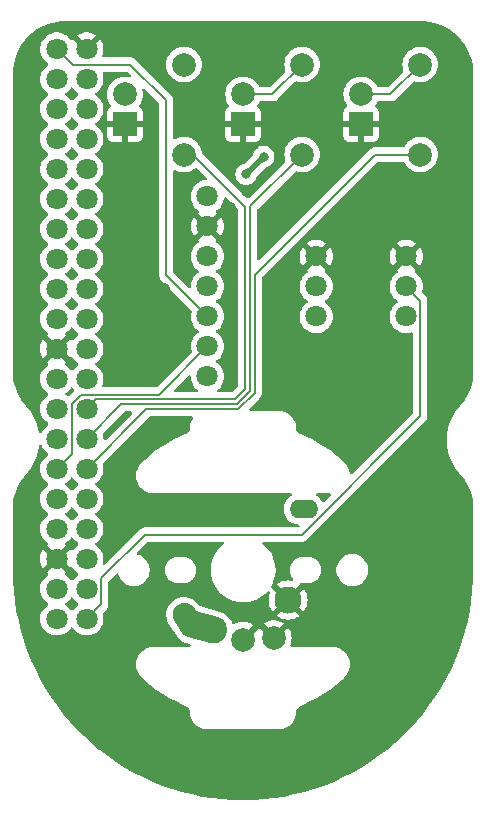
<source format=gbr>
%TF.GenerationSoftware,KiCad,Pcbnew,8.0.3*%
%TF.CreationDate,2024-09-22T18:07:19+10:00*%
%TF.ProjectId,ChatterBox,43686174-7465-4724-926f-782e6b696361,rev?*%
%TF.SameCoordinates,Original*%
%TF.FileFunction,Copper,L1,Top*%
%TF.FilePolarity,Positive*%
%FSLAX46Y46*%
G04 Gerber Fmt 4.6, Leading zero omitted, Abs format (unit mm)*
G04 Created by KiCad (PCBNEW 8.0.3) date 2024-09-22 18:07:19*
%MOMM*%
%LPD*%
G01*
G04 APERTURE LIST*
G04 Aperture macros list*
%AMHorizOval*
0 Thick line with rounded ends*
0 $1 width*
0 $2 $3 position (X,Y) of the first rounded end (center of the circle)*
0 $4 $5 position (X,Y) of the second rounded end (center of the circle)*
0 Add line between two ends*
20,1,$1,$2,$3,$4,$5,0*
0 Add two circle primitives to create the rounded ends*
1,1,$1,$2,$3*
1,1,$1,$4,$5*%
G04 Aperture macros list end*
%TA.AperFunction,ComponentPad*%
%ADD10C,1.800000*%
%TD*%
%TA.AperFunction,ComponentPad*%
%ADD11C,2.000000*%
%TD*%
%TA.AperFunction,ComponentPad*%
%ADD12R,2.000000X2.000000*%
%TD*%
%TA.AperFunction,ComponentPad*%
%ADD13O,2.400000X1.600000*%
%TD*%
%TA.AperFunction,ComponentPad*%
%ADD14HorizOval,2.000000X0.299385X-0.450610X-0.299385X0.450610X0*%
%TD*%
%TA.AperFunction,ComponentPad*%
%ADD15HorizOval,2.300000X0.893481X-0.239408X-0.893481X0.239408X0*%
%TD*%
%TA.AperFunction,ComponentPad*%
%ADD16C,2.300000*%
%TD*%
%TA.AperFunction,ViaPad*%
%ADD17C,0.800000*%
%TD*%
%TA.AperFunction,Conductor*%
%ADD18C,0.200000*%
%TD*%
%TA.AperFunction,Conductor*%
%ADD19C,0.500000*%
%TD*%
G04 APERTURE END LIST*
D10*
%TO.P,J1,1,Pin_1*%
%TO.N,3V*%
X-13230000Y-24130000D03*
%TO.P,J1,2,Pin_2*%
%TO.N,5V*%
X-15770000Y-24130000D03*
%TO.P,J1,3,Pin_3*%
%TO.N,unconnected-(J1-Pin_3-Pad3)*%
X-13230000Y-21590000D03*
%TO.P,J1,4,Pin_4*%
%TO.N,5V*%
X-15770000Y-21590000D03*
%TO.P,J1,5,Pin_5*%
%TO.N,unconnected-(J1-Pin_5-Pad5)*%
X-13230000Y-19050000D03*
%TO.P,J1,6,Pin_6*%
%TO.N,GND*%
X-15770000Y-19050000D03*
%TO.P,J1,7,Pin_7*%
%TO.N,unconnected-(J1-Pin_7-Pad7)*%
X-13230000Y-16510000D03*
%TO.P,J1,8,Pin_8*%
%TO.N,unconnected-(J1-Pin_8-Pad8)*%
X-15770000Y-16510000D03*
%TO.P,J1,9,Pin_9*%
%TO.N,unconnected-(J1-Pin_9-Pad9)*%
X-13230000Y-13970000D03*
%TO.P,J1,10,Pin_10*%
%TO.N,unconnected-(J1-Pin_10-Pad10)*%
X-15770000Y-13970000D03*
%TO.P,J1,11,Pin_11*%
%TO.N,GPIO22*%
X-13230000Y-11430000D03*
%TO.P,J1,12,Pin_12*%
%TO.N,BCLK*%
X-15770000Y-11430000D03*
%TO.P,J1,13,Pin_13*%
%TO.N,GPIO27*%
X-13230000Y-8890000D03*
%TO.P,J1,14,Pin_14*%
%TO.N,unconnected-(J1-Pin_14-Pad14)*%
X-15770000Y-8890000D03*
%TO.P,J1,15,Pin_15*%
%TO.N,GPIO17*%
X-13230000Y-6350000D03*
%TO.P,J1,16,Pin_16*%
%TO.N,unconnected-(J1-Pin_16-Pad16)*%
X-15770000Y-6350000D03*
%TO.P,J1,17,Pin_17*%
%TO.N,unconnected-(J1-Pin_17-Pad17)*%
X-13230000Y-3810000D03*
%TO.P,J1,18,Pin_18*%
%TO.N,unconnected-(J1-Pin_18-Pad18)*%
X-15770000Y-3810000D03*
%TO.P,J1,19,Pin_19*%
%TO.N,unconnected-(J1-Pin_19-Pad19)*%
X-13230000Y-1270000D03*
%TO.P,J1,20,Pin_20*%
%TO.N,GND*%
X-15770000Y-1270000D03*
%TO.P,J1,21,Pin_21*%
%TO.N,unconnected-(J1-Pin_21-Pad21)*%
X-13230000Y1270000D03*
%TO.P,J1,22,Pin_22*%
%TO.N,unconnected-(J1-Pin_22-Pad22)*%
X-15770000Y1270000D03*
%TO.P,J1,23,Pin_23*%
%TO.N,unconnected-(J1-Pin_23-Pad23)*%
X-13230000Y3810000D03*
%TO.P,J1,24,Pin_24*%
%TO.N,unconnected-(J1-Pin_24-Pad24)*%
X-15770000Y3810000D03*
%TO.P,J1,25,Pin_25*%
%TO.N,unconnected-(J1-Pin_25-Pad25)*%
X-13230000Y6350000D03*
%TO.P,J1,26,Pin_26*%
%TO.N,unconnected-(J1-Pin_26-Pad26)*%
X-15770000Y6350000D03*
%TO.P,J1,27,Pin_27*%
%TO.N,unconnected-(J1-Pin_27-Pad27)*%
X-13230000Y8890000D03*
%TO.P,J1,28,Pin_28*%
%TO.N,unconnected-(J1-Pin_28-Pad28)*%
X-15770000Y8890000D03*
%TO.P,J1,29,Pin_29*%
%TO.N,unconnected-(J1-Pin_29-Pad29)*%
X-13230000Y11430000D03*
%TO.P,J1,30,Pin_30*%
%TO.N,unconnected-(J1-Pin_30-Pad30)*%
X-15770000Y11430000D03*
%TO.P,J1,31,Pin_31*%
%TO.N,unconnected-(J1-Pin_31-Pad31)*%
X-13230000Y13970000D03*
%TO.P,J1,32,Pin_32*%
%TO.N,unconnected-(J1-Pin_32-Pad32)*%
X-15770000Y13970000D03*
%TO.P,J1,33,Pin_33*%
%TO.N,unconnected-(J1-Pin_33-Pad33)*%
X-13230000Y16510000D03*
%TO.P,J1,34,Pin_34*%
%TO.N,unconnected-(J1-Pin_34-Pad34)*%
X-15770000Y16510000D03*
%TO.P,J1,35,Pin_35*%
%TO.N,LRC*%
X-13230000Y19050000D03*
%TO.P,J1,36,Pin_36*%
%TO.N,unconnected-(J1-Pin_36-Pad36)*%
X-15770000Y19050000D03*
%TO.P,J1,37,Pin_37*%
%TO.N,PTT*%
X-13230000Y21590000D03*
%TO.P,J1,38,Pin_38*%
%TO.N,GPIO20*%
X-15770000Y21590000D03*
%TO.P,J1,39,Pin_39*%
%TO.N,GND*%
X-13230000Y24130000D03*
%TO.P,J1,40,Pin_40*%
%TO.N,GPIO21*%
X-15770000Y24130000D03*
%TD*%
D11*
%TO.P,R2,1*%
%TO.N,GPIO27*%
X5000000Y15175000D03*
%TO.P,R2,2*%
%TO.N,Net-(D2-A)*%
X5000000Y22795000D03*
%TD*%
%TO.P,R3,1*%
%TO.N,GPIO22*%
X15000000Y15175000D03*
%TO.P,R3,2*%
%TO.N,Net-(D3-A)*%
X15000000Y22795000D03*
%TD*%
D10*
%TO.P,J2,1,Pin_1*%
%TO.N,LRC*%
X-3015000Y-3620000D03*
%TO.P,J2,2,Pin_2*%
%TO.N,BCLK*%
X-3015000Y-1080000D03*
%TO.P,J2,3,Pin_3*%
%TO.N,GPIO21*%
X-3015000Y1460000D03*
%TO.P,J2,4,Pin_4*%
%TO.N,unconnected-(J2-Pin_4-Pad4)*%
X-3015000Y4000000D03*
%TO.P,J2,5,Pin_5*%
%TO.N,unconnected-(J2-Pin_5-Pad5)*%
X-3015000Y6540000D03*
%TO.P,J2,6,Pin_6*%
%TO.N,GND*%
X-3015000Y9080000D03*
%TO.P,J2,7,Pin_7*%
%TO.N,5V*%
X-3015000Y11620000D03*
%TD*%
D12*
%TO.P,D1,1,K*%
%TO.N,GND*%
X-10000000Y17725000D03*
D11*
%TO.P,D1,2,A*%
%TO.N,Net-(D1-A)*%
X-10000000Y20265000D03*
%TD*%
%TO.P,R1,1*%
%TO.N,GPIO17*%
X-5000000Y15175000D03*
%TO.P,R1,2*%
%TO.N,Net-(D1-A)*%
X-5000000Y22795000D03*
%TD*%
D12*
%TO.P,D3,1,K*%
%TO.N,GND*%
X10000000Y17725000D03*
D11*
%TO.P,D3,2,A*%
%TO.N,Net-(D3-A)*%
X10000000Y20265000D03*
%TD*%
D10*
%TO.P,J3,1,Pin_1*%
%TO.N,GND*%
X13810000Y6540000D03*
%TO.P,J3,2,Pin_2*%
X6190000Y6540000D03*
%TO.P,J3,3,Pin_3*%
%TO.N,3V*%
X13810000Y4000000D03*
%TO.P,J3,4,Pin_4*%
%TO.N,LRC*%
X6190000Y4000000D03*
%TO.P,J3,5,Pin_5*%
%TO.N,GPIO20*%
X13810000Y1460000D03*
%TO.P,J3,6,Pin_6*%
%TO.N,BCLK*%
X6190000Y1460000D03*
%TD*%
D12*
%TO.P,D2,1,K*%
%TO.N,GND*%
X0Y17725000D03*
D11*
%TO.P,D2,2,A*%
%TO.N,Net-(D2-A)*%
X0Y20265000D03*
%TD*%
D13*
%TO.P,SW1,*%
%TO.N,*%
X5150000Y-14850000D03*
D14*
%TO.P,SW1,1,1*%
%TO.N,PTT*%
X-4700000Y-24250000D03*
D15*
X-3361037Y-24860004D03*
D11*
%TO.P,SW1,2,2*%
%TO.N,GND*%
X0Y-25900000D03*
X2600000Y-25750000D03*
D16*
X3810000Y-22540000D03*
%TD*%
D17*
%TO.N,GND*%
X-6625000Y3875000D03*
X-5375000Y5125000D03*
X-1000000Y10750000D03*
X250000Y12000000D03*
%TO.N,5V*%
X1750000Y15000000D03*
X250000Y13500000D03*
%TD*%
D18*
%TO.N,GPIO21*%
X-14430000Y22790000D02*
X-15770000Y24130000D01*
X-6500000Y19750000D02*
X-9540000Y22790000D01*
X-9540000Y22790000D02*
X-14430000Y22790000D01*
X-6500000Y19750000D02*
X-6500000Y4945000D01*
X-6500000Y4945000D02*
X-3015000Y1460000D01*
D19*
%TO.N,5V*%
X250000Y13500000D02*
X1750000Y15000000D01*
D18*
%TO.N,BCLK*%
X-7085000Y-5150000D02*
X-13727057Y-5150000D01*
X-14500000Y-10160000D02*
X-15770000Y-11430000D01*
X-13727057Y-5150000D02*
X-14500000Y-5922943D01*
X-14500000Y-5922943D02*
X-14500000Y-10160000D01*
X-3015000Y-1080000D02*
X-7085000Y-5150000D01*
%TO.N,3V*%
X-12000000Y-22900000D02*
X-13230000Y-24130000D01*
X4955635Y-17000000D02*
X-8300610Y-17000000D01*
X15010000Y-6945635D02*
X4955635Y-17000000D01*
X-12000000Y-20699390D02*
X-12000000Y-22900000D01*
X15010000Y2800000D02*
X15010000Y-6945635D01*
X13810000Y4000000D02*
X15010000Y2800000D01*
X-8300610Y-17000000D02*
X-12000000Y-20699390D01*
%TO.N,Net-(D2-A)*%
X0Y20265000D02*
X2470000Y20265000D01*
X2470000Y20265000D02*
X5000000Y22795000D01*
%TO.N,Net-(D3-A)*%
X10000000Y20265000D02*
X12470000Y20265000D01*
X12470000Y20265000D02*
X15000000Y22795000D01*
%TO.N,GPIO22*%
X1000000Y5000000D02*
X1000000Y-5000000D01*
X15000000Y15175000D02*
X11175000Y15175000D01*
X1000000Y-5000000D02*
X-389424Y-6389424D01*
X11175000Y15175000D02*
X1000000Y5000000D01*
X-389424Y-6389424D02*
X-8189424Y-6389424D01*
X-8189424Y-6389424D02*
X-13230000Y-11430000D01*
%TO.N,GPIO17*%
X200000Y10750000D02*
X200000Y-4668628D01*
X200000Y-4668628D02*
X-698529Y-5567157D01*
X-4225000Y15175000D02*
X200000Y10750000D01*
X-698529Y-5567157D02*
X-12447157Y-5567157D01*
X-12447157Y-5567157D02*
X-13230000Y-6350000D01*
X-5000000Y15175000D02*
X-4225000Y15175000D01*
%TO.N,GPIO27*%
X-532843Y-5967157D02*
X-10307157Y-5967157D01*
X600000Y-4834314D02*
X-532843Y-5967157D01*
X5000000Y15175000D02*
X600000Y10775000D01*
X600000Y10775000D02*
X600000Y-4834314D01*
X-10307157Y-5967157D02*
X-13230000Y-8890000D01*
%TD*%
%TA.AperFunction,Conductor*%
%TO.N,GND*%
G36*
X15002703Y26499382D02*
G01*
X15386750Y26482614D01*
X15397526Y26481671D01*
X15775957Y26431849D01*
X15786610Y26429971D01*
X16159272Y26347354D01*
X16169721Y26344554D01*
X16533755Y26229775D01*
X16543921Y26226075D01*
X16896572Y26080002D01*
X16906376Y26075430D01*
X17244942Y25899183D01*
X17254310Y25893775D01*
X17576244Y25688681D01*
X17585105Y25682476D01*
X17887930Y25450110D01*
X17896217Y25443156D01*
X18177635Y25185284D01*
X18185284Y25177635D01*
X18443156Y24896217D01*
X18450110Y24887930D01*
X18682476Y24585105D01*
X18688681Y24576244D01*
X18893775Y24254310D01*
X18899183Y24244942D01*
X19075430Y23906376D01*
X19080002Y23896572D01*
X19226075Y23543921D01*
X19229775Y23533755D01*
X19344554Y23169721D01*
X19347354Y23159272D01*
X19429971Y22786610D01*
X19431849Y22775957D01*
X19481671Y22397526D01*
X19482614Y22386750D01*
X19499382Y22002702D01*
X19499500Y21997293D01*
X19499500Y-3139765D01*
X19499397Y-3144816D01*
X19484772Y-3503523D01*
X19483950Y-3513593D01*
X19440479Y-3867429D01*
X19438839Y-3877397D01*
X19366714Y-4226492D01*
X19364269Y-4236295D01*
X19263958Y-4578382D01*
X19260723Y-4587952D01*
X19132900Y-4920732D01*
X19128896Y-4930008D01*
X18974405Y-5251280D01*
X18969660Y-5260198D01*
X18789535Y-5567819D01*
X18784079Y-5576322D01*
X18579505Y-5868265D01*
X18573375Y-5876296D01*
X18344127Y-6152526D01*
X18340824Y-6156345D01*
X18293396Y-6208976D01*
X18293176Y-6209252D01*
X18211992Y-6299396D01*
X17978559Y-6611757D01*
X17978551Y-6611769D01*
X17774691Y-6944194D01*
X17774689Y-6944197D01*
X17602121Y-7293895D01*
X17602111Y-7293919D01*
X17462291Y-7657927D01*
X17462282Y-7657953D01*
X17356370Y-8033259D01*
X17285265Y-8416681D01*
X17269761Y-8585316D01*
X17249561Y-8805016D01*
X17249561Y-9194985D01*
X17263473Y-9346300D01*
X17285265Y-9583319D01*
X17356370Y-9966741D01*
X17462283Y-10342047D01*
X17462292Y-10342073D01*
X17602114Y-10706088D01*
X17602118Y-10706099D01*
X17774689Y-11055799D01*
X17774699Y-11055818D01*
X17978551Y-11388231D01*
X17978551Y-11388232D01*
X18212001Y-11700614D01*
X18246757Y-11739205D01*
X18291874Y-11789301D01*
X18292922Y-11790464D01*
X18293143Y-11790744D01*
X18340766Y-11843588D01*
X18344064Y-11847400D01*
X18572809Y-12122962D01*
X18578925Y-12130971D01*
X18783065Y-12422095D01*
X18788510Y-12430574D01*
X18968330Y-12737299D01*
X18973069Y-12746191D01*
X19127401Y-13066525D01*
X19131402Y-13075774D01*
X19259207Y-13407562D01*
X19262444Y-13417104D01*
X19362889Y-13758179D01*
X19365341Y-13767953D01*
X19437761Y-14116064D01*
X19439411Y-14126005D01*
X19483327Y-14478848D01*
X19484164Y-14488889D01*
X19492759Y-14690802D01*
X19498818Y-14833153D01*
X19499388Y-14846531D01*
X19499500Y-14851805D01*
X19499500Y-19998599D01*
X19499469Y-20001381D01*
X19479927Y-20872067D01*
X19479677Y-20877626D01*
X19421188Y-21745147D01*
X19420689Y-21750690D01*
X19323336Y-22614718D01*
X19322589Y-22620232D01*
X19186572Y-23479009D01*
X19185579Y-23484484D01*
X19011161Y-24336337D01*
X19009922Y-24341762D01*
X18797475Y-25184878D01*
X18795995Y-25190242D01*
X18545932Y-26022995D01*
X18544212Y-26028288D01*
X18257022Y-26849026D01*
X18255067Y-26854235D01*
X17931368Y-27661206D01*
X17929181Y-27666323D01*
X17569598Y-28457970D01*
X17567184Y-28462984D01*
X17172434Y-29237725D01*
X17169797Y-29242625D01*
X16740696Y-29998856D01*
X16737842Y-30003633D01*
X16275236Y-30739867D01*
X16272170Y-30744511D01*
X15777010Y-31459232D01*
X15773739Y-31463734D01*
X15247017Y-32155513D01*
X15243548Y-32159864D01*
X14686297Y-32827343D01*
X14682636Y-32831533D01*
X14096009Y-33473328D01*
X14092163Y-33477350D01*
X13477350Y-34092163D01*
X13473328Y-34096009D01*
X12831533Y-34682636D01*
X12827343Y-34686297D01*
X12159864Y-35243548D01*
X12155513Y-35247017D01*
X11463734Y-35773739D01*
X11459232Y-35777010D01*
X10744511Y-36272170D01*
X10739867Y-36275236D01*
X10003633Y-36737842D01*
X9998856Y-36740696D01*
X9242625Y-37169797D01*
X9237725Y-37172434D01*
X8462984Y-37567184D01*
X8457970Y-37569598D01*
X7666323Y-37929181D01*
X7661206Y-37931368D01*
X6854235Y-38255067D01*
X6849026Y-38257022D01*
X6028288Y-38544212D01*
X6022995Y-38545932D01*
X5190242Y-38795995D01*
X5184878Y-38797475D01*
X4341762Y-39009922D01*
X4336337Y-39011161D01*
X3484484Y-39185579D01*
X3479009Y-39186572D01*
X2620232Y-39322589D01*
X2614718Y-39323336D01*
X1750690Y-39420689D01*
X1745147Y-39421188D01*
X877626Y-39479677D01*
X872067Y-39479927D01*
X2782Y-39499437D01*
X-2782Y-39499437D01*
X-872067Y-39479927D01*
X-877626Y-39479677D01*
X-1745147Y-39421188D01*
X-1750690Y-39420689D01*
X-2614718Y-39323336D01*
X-2620232Y-39322589D01*
X-3479009Y-39186572D01*
X-3484484Y-39185579D01*
X-4336337Y-39011161D01*
X-4341762Y-39009922D01*
X-5184878Y-38797475D01*
X-5190242Y-38795995D01*
X-6022995Y-38545932D01*
X-6028288Y-38544212D01*
X-6849026Y-38257022D01*
X-6854235Y-38255067D01*
X-7661206Y-37931368D01*
X-7666323Y-37929181D01*
X-8457970Y-37569598D01*
X-8462984Y-37567184D01*
X-9237725Y-37172434D01*
X-9242625Y-37169797D01*
X-9998856Y-36740696D01*
X-10003633Y-36737842D01*
X-10739867Y-36275236D01*
X-10744511Y-36272170D01*
X-11459232Y-35777010D01*
X-11463734Y-35773739D01*
X-12155513Y-35247017D01*
X-12159864Y-35243548D01*
X-12827343Y-34686297D01*
X-12831533Y-34682636D01*
X-13473328Y-34096009D01*
X-13477350Y-34092163D01*
X-14092163Y-33477350D01*
X-14096009Y-33473328D01*
X-14682636Y-32831533D01*
X-14686297Y-32827343D01*
X-15243548Y-32159864D01*
X-15247017Y-32155513D01*
X-15773739Y-31463734D01*
X-15777010Y-31459232D01*
X-16272170Y-30744511D01*
X-16275236Y-30739867D01*
X-16737842Y-30003633D01*
X-16740696Y-29998856D01*
X-17169797Y-29242625D01*
X-17172434Y-29237725D01*
X-17567184Y-28462984D01*
X-17569598Y-28457970D01*
X-17781411Y-27991648D01*
X-9054518Y-27991648D01*
X-9039070Y-28215216D01*
X-8990590Y-28434010D01*
X-8910153Y-28643176D01*
X-8799542Y-28838077D01*
X-8661211Y-29014388D01*
X-8579700Y-29091273D01*
X-8579701Y-29091273D01*
X-8531779Y-29136498D01*
X-8531775Y-29136499D01*
X-8525197Y-29142708D01*
X-8525134Y-29142759D01*
X-8344773Y-29312944D01*
X-7852685Y-29731470D01*
X-7339640Y-30124024D01*
X-6807006Y-30489559D01*
X-6256205Y-30827099D01*
X-5688708Y-31135743D01*
X-5106028Y-31414668D01*
X-4877165Y-31510048D01*
X-4877092Y-31510086D01*
X-4868711Y-31513577D01*
X-4868709Y-31513580D01*
X-4814615Y-31536118D01*
X-4801532Y-31542496D01*
X-4718491Y-31589208D01*
X-4694986Y-31606345D01*
X-4630510Y-31666121D01*
X-4611645Y-31688266D01*
X-4562878Y-31761418D01*
X-4549695Y-31787342D01*
X-4519312Y-31869860D01*
X-4512536Y-31898136D01*
X-4501355Y-31992770D01*
X-4500500Y-32007301D01*
X-4500500Y-32107317D01*
X-4469955Y-32319768D01*
X-4409485Y-32525710D01*
X-4409483Y-32525713D01*
X-4409483Y-32525715D01*
X-4320328Y-32720938D01*
X-4320325Y-32720942D01*
X-4320322Y-32720950D01*
X-4204281Y-32901513D01*
X-4063725Y-33063724D01*
X-3901514Y-33204280D01*
X-3720951Y-33320321D01*
X-3720943Y-33320324D01*
X-3720939Y-33320327D01*
X-3525716Y-33409482D01*
X-3525714Y-33409482D01*
X-3525711Y-33409484D01*
X-3319770Y-33469954D01*
X-3319766Y-33469954D01*
X-3319765Y-33469955D01*
X-3277852Y-33475980D01*
X-3107319Y-33500500D01*
X-3107318Y-33500500D01*
X3107317Y-33500500D01*
X3107318Y-33500500D01*
X3277851Y-33475980D01*
X3319764Y-33469955D01*
X3319765Y-33469954D01*
X3319769Y-33469954D01*
X3525710Y-33409484D01*
X3525713Y-33409482D01*
X3525715Y-33409482D01*
X3720938Y-33320327D01*
X3720944Y-33320323D01*
X3720950Y-33320321D01*
X3901513Y-33204281D01*
X4063724Y-33063724D01*
X4204281Y-32901513D01*
X4320321Y-32720950D01*
X4320323Y-32720944D01*
X4320327Y-32720938D01*
X4409482Y-32525715D01*
X4409482Y-32525713D01*
X4409484Y-32525710D01*
X4469954Y-32319769D01*
X4469956Y-32319760D01*
X4475980Y-32277851D01*
X4500500Y-32107318D01*
X4500500Y-32007301D01*
X4501356Y-31992753D01*
X4512533Y-31898138D01*
X4519313Y-31869850D01*
X4549692Y-31787346D01*
X4562874Y-31761421D01*
X4611647Y-31688262D01*
X4630504Y-31666125D01*
X4694991Y-31606338D01*
X4718483Y-31589211D01*
X4801544Y-31542489D01*
X4814608Y-31536121D01*
X4868708Y-31513580D01*
X4868709Y-31513578D01*
X4876900Y-31510166D01*
X4876971Y-31510129D01*
X5106028Y-31414668D01*
X5688708Y-31135743D01*
X6256205Y-30827099D01*
X6807006Y-30489559D01*
X7339640Y-30124024D01*
X7852685Y-29731470D01*
X8344774Y-29312944D01*
X8525143Y-29142750D01*
X8525214Y-29142693D01*
X8531778Y-29136497D01*
X8531780Y-29136497D01*
X8579702Y-29091272D01*
X8579701Y-29091271D01*
X8589042Y-29082455D01*
X8661210Y-29014385D01*
X8799540Y-28838074D01*
X8910150Y-28643173D01*
X8990587Y-28434006D01*
X9039067Y-28215212D01*
X9054514Y-27991645D01*
X9036585Y-27768263D01*
X9011613Y-27661206D01*
X8985680Y-27550025D01*
X8985678Y-27550018D01*
X8938754Y-27431930D01*
X8902924Y-27341760D01*
X8790156Y-27148100D01*
X8790149Y-27148091D01*
X8790147Y-27148088D01*
X8649879Y-26973338D01*
X8649877Y-26973335D01*
X8485197Y-26821343D01*
X8485193Y-26821340D01*
X8299771Y-26695495D01*
X8097710Y-26598582D01*
X7883498Y-26532755D01*
X7883495Y-26532754D01*
X7709453Y-26506615D01*
X7661881Y-26499471D01*
X7661880Y-26499471D01*
X7549830Y-26499500D01*
X4098995Y-26499500D01*
X4031956Y-26479815D01*
X3986201Y-26427011D01*
X3976257Y-26357853D01*
X3985439Y-26325691D01*
X4023586Y-26238720D01*
X4023587Y-26238718D01*
X4084612Y-25997738D01*
X4084614Y-25997729D01*
X4105141Y-25750005D01*
X4105141Y-25749994D01*
X4084614Y-25502270D01*
X4084612Y-25502261D01*
X4023587Y-25261282D01*
X3923731Y-25033630D01*
X3823434Y-24880116D01*
X3164611Y-25538938D01*
X3159111Y-25518409D01*
X3080119Y-25381592D01*
X2968408Y-25269881D01*
X2831591Y-25190889D01*
X2811060Y-25185387D01*
X3470057Y-24526390D01*
X3470056Y-24526389D01*
X3423229Y-24489943D01*
X3204614Y-24371635D01*
X3204603Y-24371630D01*
X2969493Y-24290916D01*
X2724293Y-24250000D01*
X2475707Y-24250000D01*
X2230506Y-24290916D01*
X1995396Y-24371630D01*
X1995390Y-24371632D01*
X1776761Y-24489949D01*
X1729942Y-24526388D01*
X1729942Y-24526390D01*
X2388940Y-25185387D01*
X2368409Y-25190889D01*
X2231592Y-25269881D01*
X2119881Y-25381592D01*
X2040889Y-25518409D01*
X2035387Y-25538940D01*
X1376564Y-24880116D01*
X1376563Y-24880116D01*
X1316433Y-24972152D01*
X1263287Y-25017509D01*
X1230847Y-25022703D01*
X564612Y-25688939D01*
X559111Y-25668409D01*
X480119Y-25531592D01*
X368408Y-25419881D01*
X231591Y-25340889D01*
X211059Y-25335387D01*
X870057Y-24676389D01*
X823229Y-24639943D01*
X604614Y-24521635D01*
X604603Y-24521630D01*
X369493Y-24440916D01*
X124293Y-24400000D01*
X-124293Y-24400000D01*
X-369493Y-24440916D01*
X-604603Y-24521630D01*
X-604614Y-24521635D01*
X-742747Y-24596388D01*
X-811075Y-24610983D01*
X-876447Y-24586320D01*
X-917528Y-24531771D01*
X-973231Y-24386657D01*
X-973234Y-24386652D01*
X-1103127Y-24161670D01*
X-1103132Y-24161663D01*
X-1266624Y-23959768D01*
X-1459685Y-23785935D01*
X-1459690Y-23785930D01*
X-1677566Y-23644441D01*
X-1914905Y-23538770D01*
X-1914904Y-23538770D01*
X-3641164Y-23076219D01*
X-3700824Y-23039854D01*
X-3712352Y-23025065D01*
X-3814936Y-22870666D01*
X-3974805Y-22696810D01*
X-3974809Y-22696806D01*
X-4159898Y-22550107D01*
X-4159899Y-22550106D01*
X-4159901Y-22550105D01*
X-4365668Y-22434162D01*
X-4587039Y-22351835D01*
X-4587039Y-22351834D01*
X-4587040Y-22351834D01*
X-4818561Y-22305152D01*
X-5054534Y-22295261D01*
X-5054546Y-22295261D01*
X-5289158Y-22322406D01*
X-5516639Y-22385920D01*
X-5731386Y-22484239D01*
X-5731388Y-22484240D01*
X-5815313Y-22540000D01*
X-5928111Y-22614943D01*
X-6101965Y-22774810D01*
X-6248670Y-22959906D01*
X-6364613Y-23165673D01*
X-6446940Y-23387044D01*
X-6493623Y-23618568D01*
X-6503514Y-23854545D01*
X-6476368Y-24089164D01*
X-6412853Y-24316647D01*
X-6314534Y-24531394D01*
X-5585061Y-25629337D01*
X-5425194Y-25803191D01*
X-5282543Y-25916252D01*
X-5276614Y-25921262D01*
X-5262386Y-25934075D01*
X-5254399Y-25939261D01*
X-5244910Y-25946080D01*
X-5240098Y-25949895D01*
X-5227804Y-25956821D01*
X-5221200Y-25960820D01*
X-5044505Y-26075569D01*
X-4807170Y-26181236D01*
X-4529172Y-26255725D01*
X-4469513Y-26292090D01*
X-4438984Y-26354937D01*
X-4447279Y-26424313D01*
X-4491764Y-26478191D01*
X-4558316Y-26499465D01*
X-4561267Y-26499500D01*
X-7549836Y-26499500D01*
X-7661886Y-26499471D01*
X-7661887Y-26499471D01*
X-7883508Y-26532755D01*
X-8097713Y-26598582D01*
X-8097721Y-26598585D01*
X-8299771Y-26695493D01*
X-8299775Y-26695495D01*
X-8299776Y-26695496D01*
X-8485203Y-26821345D01*
X-8649883Y-26973337D01*
X-8729851Y-27072965D01*
X-8790161Y-27148100D01*
X-8790162Y-27148102D01*
X-8902929Y-27341763D01*
X-8966005Y-27500500D01*
X-8985683Y-27550021D01*
X-8985685Y-27550028D01*
X-9033690Y-27755835D01*
X-9036590Y-27768266D01*
X-9054518Y-27991648D01*
X-17781411Y-27991648D01*
X-17929181Y-27666323D01*
X-17931368Y-27661206D01*
X-18255067Y-26854235D01*
X-18257022Y-26849026D01*
X-18544212Y-26028288D01*
X-18545932Y-26022995D01*
X-18795995Y-25190242D01*
X-18797475Y-25184878D01*
X-19009922Y-24341762D01*
X-19011161Y-24336337D01*
X-19185579Y-23484484D01*
X-19186572Y-23479009D01*
X-19322589Y-22620232D01*
X-19323336Y-22614718D01*
X-19420689Y-21750690D01*
X-19421188Y-21745147D01*
X-19479677Y-20877626D01*
X-19479927Y-20872067D01*
X-19499469Y-20001381D01*
X-19499500Y-19998599D01*
X-19499500Y-14860213D01*
X-19499397Y-14855162D01*
X-19484772Y-14496457D01*
X-19483950Y-14486387D01*
X-19440479Y-14132554D01*
X-19438839Y-14122586D01*
X-19366714Y-13773493D01*
X-19364269Y-13763690D01*
X-19263955Y-13421597D01*
X-19260720Y-13412027D01*
X-19132896Y-13079249D01*
X-19128901Y-13069993D01*
X-18974406Y-12748715D01*
X-18969660Y-12739796D01*
X-18789532Y-12432175D01*
X-18784076Y-12423672D01*
X-18579506Y-12131738D01*
X-18573377Y-12123708D01*
X-18344096Y-11847438D01*
X-18340790Y-11843616D01*
X-18293135Y-11790736D01*
X-18292902Y-11790440D01*
X-18287810Y-11784787D01*
X-18212000Y-11700611D01*
X-18211998Y-11700609D01*
X-18094024Y-11542747D01*
X-17978555Y-11388235D01*
X-17878060Y-11224361D01*
X-17774700Y-11055817D01*
X-17774690Y-11055798D01*
X-17602119Y-10706098D01*
X-17602115Y-10706087D01*
X-17462293Y-10342073D01*
X-17462284Y-10342047D01*
X-17356371Y-9966741D01*
X-17285266Y-9583319D01*
X-17278998Y-9515145D01*
X-17253258Y-9450189D01*
X-17196487Y-9409461D01*
X-17126709Y-9405891D01*
X-17066077Y-9440613D01*
X-17041963Y-9476686D01*
X-17005924Y-9558849D01*
X-16878979Y-9753153D01*
X-16721784Y-9923913D01*
X-16544181Y-10062146D01*
X-16503368Y-10118857D01*
X-16499693Y-10188630D01*
X-16534324Y-10249313D01*
X-16544176Y-10257850D01*
X-16721784Y-10396087D01*
X-16878979Y-10566847D01*
X-16878980Y-10566849D01*
X-16878983Y-10566852D01*
X-17005924Y-10761151D01*
X-17099157Y-10973699D01*
X-17156133Y-11198691D01*
X-17156135Y-11198702D01*
X-17175300Y-11429993D01*
X-17175300Y-11430006D01*
X-17157556Y-11644144D01*
X-17156134Y-11661305D01*
X-17099157Y-11886300D01*
X-17005924Y-12098849D01*
X-16878979Y-12293153D01*
X-16721784Y-12463913D01*
X-16544181Y-12602146D01*
X-16503368Y-12658857D01*
X-16499693Y-12728630D01*
X-16534324Y-12789313D01*
X-16544176Y-12797850D01*
X-16721784Y-12936087D01*
X-16878979Y-13106847D01*
X-16878980Y-13106849D01*
X-16878983Y-13106852D01*
X-17005924Y-13301151D01*
X-17099157Y-13513699D01*
X-17156133Y-13738691D01*
X-17156135Y-13738702D01*
X-17175300Y-13969993D01*
X-17175300Y-13970006D01*
X-17156327Y-14198976D01*
X-17156134Y-14201305D01*
X-17099157Y-14426300D01*
X-17005924Y-14638849D01*
X-16878979Y-14833153D01*
X-16721784Y-15003913D01*
X-16544181Y-15142146D01*
X-16503368Y-15198857D01*
X-16499693Y-15268630D01*
X-16534324Y-15329313D01*
X-16544176Y-15337850D01*
X-16721784Y-15476087D01*
X-16878979Y-15646847D01*
X-16878980Y-15646849D01*
X-16878983Y-15646852D01*
X-17005924Y-15841151D01*
X-17099157Y-16053699D01*
X-17156133Y-16278691D01*
X-17156135Y-16278702D01*
X-17175300Y-16509993D01*
X-17175300Y-16510006D01*
X-17156135Y-16741297D01*
X-17156134Y-16741305D01*
X-17099157Y-16966300D01*
X-17005924Y-17178849D01*
X-16878979Y-17373153D01*
X-16721784Y-17543913D01*
X-16543772Y-17682464D01*
X-16502961Y-17739172D01*
X-16499286Y-17808945D01*
X-16533917Y-17869629D01*
X-16543773Y-17878169D01*
X-16568797Y-17897646D01*
X-16568797Y-17897647D01*
X-15816447Y-18650000D01*
X-15822661Y-18650000D01*
X-15924394Y-18677259D01*
X-16015606Y-18729920D01*
X-16090080Y-18804394D01*
X-16142741Y-18895606D01*
X-16170000Y-18997339D01*
X-16170000Y-19003551D01*
X-16921186Y-18252365D01*
X-17005484Y-18381393D01*
X-17098682Y-18593864D01*
X-17155638Y-18818781D01*
X-17174798Y-19049994D01*
X-17174798Y-19050005D01*
X-17155638Y-19281218D01*
X-17098682Y-19506135D01*
X-17005482Y-19718611D01*
X-16921186Y-19847633D01*
X-16170000Y-19096447D01*
X-16170000Y-19102661D01*
X-16142741Y-19204394D01*
X-16090080Y-19295606D01*
X-16015606Y-19370080D01*
X-15924394Y-19422741D01*
X-15822661Y-19450000D01*
X-15816448Y-19450000D01*
X-16568798Y-20202350D01*
X-16568797Y-20202352D01*
X-16543772Y-20221831D01*
X-16502960Y-20278541D01*
X-16499287Y-20348314D01*
X-16533919Y-20408997D01*
X-16543772Y-20417535D01*
X-16721784Y-20556087D01*
X-16878979Y-20726847D01*
X-16878980Y-20726849D01*
X-16878983Y-20726852D01*
X-17005924Y-20921151D01*
X-17099157Y-21133699D01*
X-17156133Y-21358691D01*
X-17156135Y-21358702D01*
X-17175300Y-21589993D01*
X-17175300Y-21590006D01*
X-17156340Y-21818822D01*
X-17156134Y-21821305D01*
X-17099157Y-22046300D01*
X-17005924Y-22258849D01*
X-16878979Y-22453153D01*
X-16721784Y-22623913D01*
X-16544181Y-22762146D01*
X-16503368Y-22818857D01*
X-16499693Y-22888630D01*
X-16534324Y-22949313D01*
X-16544176Y-22957850D01*
X-16721784Y-23096087D01*
X-16878979Y-23266847D01*
X-16878980Y-23266849D01*
X-16878983Y-23266852D01*
X-17005924Y-23461151D01*
X-17099157Y-23673699D01*
X-17156133Y-23898691D01*
X-17156135Y-23898702D01*
X-17175300Y-24129993D01*
X-17175300Y-24130006D01*
X-17156135Y-24361297D01*
X-17156134Y-24361305D01*
X-17099157Y-24586300D01*
X-17005924Y-24798849D01*
X-16878979Y-24993153D01*
X-16721784Y-25163913D01*
X-16538626Y-25306470D01*
X-16334503Y-25416936D01*
X-16114981Y-25492298D01*
X-15886049Y-25530500D01*
X-15886048Y-25530500D01*
X-15653952Y-25530500D01*
X-15653951Y-25530500D01*
X-15425019Y-25492298D01*
X-15425017Y-25492297D01*
X-15425015Y-25492297D01*
X-15319487Y-25456068D01*
X-15205497Y-25416936D01*
X-15001374Y-25306470D01*
X-15001371Y-25306468D01*
X-15001365Y-25306464D01*
X-14818222Y-25163918D01*
X-14818219Y-25163915D01*
X-14818216Y-25163913D01*
X-14661021Y-24993153D01*
X-14661019Y-24993151D01*
X-14661016Y-24993147D01*
X-14603809Y-24905583D01*
X-14550663Y-24860226D01*
X-14481432Y-24850802D01*
X-14418096Y-24880304D01*
X-14396192Y-24905581D01*
X-14338979Y-24993153D01*
X-14181784Y-25163913D01*
X-13998626Y-25306470D01*
X-13794503Y-25416936D01*
X-13574981Y-25492298D01*
X-13346049Y-25530500D01*
X-13346048Y-25530500D01*
X-13113952Y-25530500D01*
X-13113951Y-25530500D01*
X-12885019Y-25492298D01*
X-12885017Y-25492297D01*
X-12885015Y-25492297D01*
X-12779487Y-25456068D01*
X-12665497Y-25416936D01*
X-12461374Y-25306470D01*
X-12461371Y-25306468D01*
X-12461365Y-25306464D01*
X-12278222Y-25163918D01*
X-12278219Y-25163915D01*
X-12278216Y-25163913D01*
X-12121021Y-24993153D01*
X-12121019Y-24993151D01*
X-12121016Y-24993147D01*
X-11994075Y-24798848D01*
X-11900842Y-24586300D01*
X-11843866Y-24361308D01*
X-11843864Y-24361297D01*
X-11824700Y-24130006D01*
X-11824700Y-24129993D01*
X-11843864Y-23898702D01*
X-11843866Y-23898691D01*
X-11888320Y-23723151D01*
X-11885695Y-23653331D01*
X-11855795Y-23605030D01*
X-11711915Y-23461151D01*
X-11519480Y-23268716D01*
X-11519479Y-23268714D01*
X-11519475Y-23268709D01*
X-11440426Y-23131790D01*
X-11440423Y-23131785D01*
X-11409960Y-23018097D01*
X-11399499Y-22979057D01*
X-11399499Y-22820942D01*
X-11399499Y-22813347D01*
X-11399500Y-22813329D01*
X-11399500Y-20999487D01*
X-11379815Y-20932448D01*
X-11363181Y-20911806D01*
X-10759467Y-20308093D01*
X-10698144Y-20274608D01*
X-10628452Y-20279592D01*
X-10572519Y-20321464D01*
X-10553855Y-20357455D01*
X-10501557Y-20518412D01*
X-10405051Y-20707816D01*
X-10405048Y-20707820D01*
X-10280109Y-20879786D01*
X-10280106Y-20879788D01*
X-10280104Y-20879792D01*
X-10129792Y-21030104D01*
X-10129788Y-21030106D01*
X-10129786Y-21030109D01*
X-10036635Y-21097786D01*
X-9957816Y-21155051D01*
X-9768412Y-21251557D01*
X-9566243Y-21317246D01*
X-9356287Y-21350500D01*
X-9356286Y-21350500D01*
X-9143714Y-21350500D01*
X-9143713Y-21350500D01*
X-8933757Y-21317246D01*
X-8731588Y-21251557D01*
X-8542184Y-21155051D01*
X-8542181Y-21155049D01*
X-8542179Y-21155048D01*
X-8370213Y-21030109D01*
X-8219890Y-20879786D01*
X-8094951Y-20707820D01*
X-7998444Y-20518414D01*
X-7979936Y-20461455D01*
X-7932754Y-20316243D01*
X-7930666Y-20303064D01*
X-7899500Y-20106286D01*
X-7899500Y-19911421D01*
X-6625500Y-19911421D01*
X-6625500Y-20088579D01*
X-6597786Y-20263555D01*
X-6543042Y-20432042D01*
X-6462614Y-20589890D01*
X-6358483Y-20733214D01*
X-6233214Y-20858483D01*
X-6089890Y-20962614D01*
X-5932042Y-21043042D01*
X-5763555Y-21097786D01*
X-5588579Y-21125500D01*
X-5588578Y-21125500D01*
X-4991422Y-21125500D01*
X-4991421Y-21125500D01*
X-4816445Y-21097786D01*
X-4716431Y-21065290D01*
X-4647960Y-21043043D01*
X-4647957Y-21043042D01*
X-4561199Y-20998836D01*
X-4490110Y-20962614D01*
X-4346786Y-20858483D01*
X-4221517Y-20733214D01*
X-4117386Y-20589890D01*
X-4080967Y-20518414D01*
X-4036957Y-20432042D01*
X-4036956Y-20432039D01*
X-3982214Y-20263556D01*
X-3968357Y-20176067D01*
X-3954500Y-20088579D01*
X-3954500Y-19911421D01*
X-3964603Y-19847633D01*
X-3982214Y-19736443D01*
X-4036956Y-19567960D01*
X-4036957Y-19567957D01*
X-4117386Y-19410109D01*
X-4200578Y-19295606D01*
X-4221517Y-19266786D01*
X-4221519Y-19266784D01*
X-4221519Y-19266783D01*
X-4346783Y-19141519D01*
X-4490109Y-19037386D01*
X-4647957Y-18956957D01*
X-4647960Y-18956956D01*
X-4816443Y-18902214D01*
X-4933095Y-18883738D01*
X-4991421Y-18874500D01*
X-5588579Y-18874500D01*
X-5676067Y-18888357D01*
X-5763556Y-18902214D01*
X-5932039Y-18956956D01*
X-5932042Y-18956957D01*
X-6089890Y-19037386D01*
X-6233214Y-19141517D01*
X-6358483Y-19266786D01*
X-6462614Y-19410110D01*
X-6499034Y-19481588D01*
X-6543042Y-19567957D01*
X-6543042Y-19567958D01*
X-6597786Y-19736445D01*
X-6625500Y-19911421D01*
X-7899500Y-19911421D01*
X-7899500Y-19893713D01*
X-7932753Y-19683760D01*
X-7998444Y-19481585D01*
X-8094951Y-19292179D01*
X-8219890Y-19120213D01*
X-8370213Y-18969890D01*
X-8542179Y-18844951D01*
X-8731585Y-18748444D01*
X-8892544Y-18696145D01*
X-8950220Y-18656707D01*
X-8977418Y-18592349D01*
X-8965503Y-18523502D01*
X-8941907Y-18490533D01*
X-8088193Y-17636819D01*
X-8026870Y-17603334D01*
X-8000512Y-17600500D01*
X-1756953Y-17600500D01*
X-1689914Y-17620185D01*
X-1644159Y-17672989D01*
X-1634215Y-17742147D01*
X-1663240Y-17805703D01*
X-1679638Y-17821445D01*
X-1835674Y-17945880D01*
X-2054120Y-18164326D01*
X-2246735Y-18405857D01*
X-2411095Y-18667435D01*
X-2545135Y-18945771D01*
X-2553575Y-18969890D01*
X-2647164Y-19237352D01*
X-2647168Y-19237364D01*
X-2715910Y-19538544D01*
X-2715913Y-19538562D01*
X-2736199Y-19718611D01*
X-2750500Y-19845535D01*
X-2750500Y-20154465D01*
X-2733757Y-20303064D01*
X-2720824Y-20417854D01*
X-2715911Y-20461452D01*
X-2647168Y-20762636D01*
X-2545135Y-21054229D01*
X-2411095Y-21332565D01*
X-2246735Y-21594143D01*
X-2054120Y-21835674D01*
X-1835674Y-22054120D01*
X-1594143Y-22246735D01*
X-1332565Y-22411095D01*
X-1054229Y-22545135D01*
X-762636Y-22647168D01*
X-461452Y-22715911D01*
X-461442Y-22715912D01*
X-461437Y-22715913D01*
X-311356Y-22732822D01*
X-154469Y-22750499D01*
X-154468Y-22750500D01*
X-154465Y-22750500D01*
X154468Y-22750500D01*
X154469Y-22750499D01*
X311356Y-22732822D01*
X461437Y-22715913D01*
X461442Y-22715912D01*
X461452Y-22715911D01*
X762636Y-22647168D01*
X1054229Y-22545135D01*
X1332565Y-22411095D01*
X1594143Y-22246735D01*
X1835674Y-22054120D01*
X2054120Y-21835674D01*
X2054132Y-21835658D01*
X2055561Y-21834061D01*
X2056015Y-21833778D01*
X2056580Y-21833214D01*
X2056711Y-21833345D01*
X2114911Y-21797192D01*
X2184773Y-21798262D01*
X2242965Y-21836933D01*
X2271013Y-21900926D01*
X2262580Y-21964142D01*
X2235907Y-22028537D01*
X2235901Y-22028554D01*
X2175274Y-22281087D01*
X2154898Y-22540000D01*
X2175274Y-22798912D01*
X2235901Y-23051445D01*
X2235906Y-23051462D01*
X2335290Y-23291397D01*
X2335292Y-23291400D01*
X2470992Y-23512842D01*
X2470993Y-23512843D01*
X2476801Y-23519644D01*
X3132421Y-22864024D01*
X3145359Y-22895258D01*
X3227437Y-23018097D01*
X3331903Y-23122563D01*
X3454742Y-23204641D01*
X3485974Y-23217577D01*
X2830354Y-23873197D01*
X2837157Y-23879007D01*
X3058599Y-24014707D01*
X3058602Y-24014709D01*
X3298537Y-24114093D01*
X3298554Y-24114098D01*
X3551088Y-24174725D01*
X3551087Y-24174725D01*
X3810000Y-24195101D01*
X4068912Y-24174725D01*
X4321445Y-24114098D01*
X4321462Y-24114093D01*
X4561397Y-24014709D01*
X4561400Y-24014707D01*
X4782844Y-23879005D01*
X4789644Y-23873197D01*
X4134025Y-23217578D01*
X4165258Y-23204641D01*
X4288097Y-23122563D01*
X4392563Y-23018097D01*
X4474641Y-22895258D01*
X4487578Y-22864025D01*
X5143197Y-23519644D01*
X5149005Y-23512844D01*
X5284707Y-23291400D01*
X5284709Y-23291397D01*
X5384093Y-23051462D01*
X5384098Y-23051445D01*
X5444725Y-22798912D01*
X5465101Y-22540000D01*
X5444725Y-22281087D01*
X5384098Y-22028554D01*
X5384093Y-22028537D01*
X5284709Y-21788602D01*
X5284707Y-21788599D01*
X5149007Y-21567157D01*
X5143197Y-21560354D01*
X4487577Y-22215973D01*
X4474641Y-22184742D01*
X4392563Y-22061903D01*
X4288097Y-21957437D01*
X4165258Y-21875359D01*
X4134025Y-21862421D01*
X4804017Y-21192428D01*
X4808134Y-21176053D01*
X4859099Y-21128258D01*
X4927814Y-21115604D01*
X4934359Y-21116462D01*
X4991421Y-21125500D01*
X4991424Y-21125500D01*
X5588578Y-21125500D01*
X5588579Y-21125500D01*
X5763555Y-21097786D01*
X5932042Y-21043042D01*
X6089890Y-20962614D01*
X6233214Y-20858483D01*
X6358483Y-20733214D01*
X6462614Y-20589890D01*
X6543042Y-20432042D01*
X6597786Y-20263555D01*
X6625500Y-20088579D01*
X6625500Y-19911421D01*
X6622695Y-19893713D01*
X7899500Y-19893713D01*
X7899500Y-20106286D01*
X7930666Y-20303064D01*
X7932754Y-20316243D01*
X7979936Y-20461455D01*
X7998444Y-20518414D01*
X8094951Y-20707820D01*
X8219890Y-20879786D01*
X8370213Y-21030109D01*
X8542179Y-21155048D01*
X8542181Y-21155049D01*
X8542184Y-21155051D01*
X8731588Y-21251557D01*
X8933757Y-21317246D01*
X9143713Y-21350500D01*
X9143714Y-21350500D01*
X9356286Y-21350500D01*
X9356287Y-21350500D01*
X9566243Y-21317246D01*
X9768412Y-21251557D01*
X9957816Y-21155051D01*
X10036635Y-21097786D01*
X10129786Y-21030109D01*
X10129788Y-21030106D01*
X10129792Y-21030104D01*
X10280104Y-20879792D01*
X10280106Y-20879788D01*
X10280109Y-20879786D01*
X10405048Y-20707820D01*
X10405047Y-20707820D01*
X10405051Y-20707816D01*
X10501557Y-20518412D01*
X10567246Y-20316243D01*
X10600500Y-20106287D01*
X10600500Y-19893713D01*
X10567246Y-19683757D01*
X10501557Y-19481588D01*
X10405051Y-19292184D01*
X10405049Y-19292181D01*
X10405048Y-19292179D01*
X10280109Y-19120213D01*
X10129786Y-18969890D01*
X9957820Y-18844951D01*
X9768414Y-18748444D01*
X9768413Y-18748443D01*
X9768412Y-18748443D01*
X9566243Y-18682754D01*
X9566241Y-18682753D01*
X9566240Y-18682753D01*
X9393266Y-18655357D01*
X9356287Y-18649500D01*
X9143713Y-18649500D01*
X9106734Y-18655357D01*
X8933760Y-18682753D01*
X8731585Y-18748444D01*
X8542179Y-18844951D01*
X8370213Y-18969890D01*
X8219890Y-19120213D01*
X8094951Y-19292179D01*
X7998444Y-19481585D01*
X7932753Y-19683760D01*
X7899500Y-19893713D01*
X6622695Y-19893713D01*
X6597786Y-19736445D01*
X6543042Y-19567958D01*
X6543042Y-19567957D01*
X6499034Y-19481588D01*
X6462614Y-19410110D01*
X6358483Y-19266786D01*
X6233214Y-19141517D01*
X6089890Y-19037386D01*
X5932042Y-18956957D01*
X5932039Y-18956956D01*
X5763556Y-18902214D01*
X5676067Y-18888357D01*
X5588579Y-18874500D01*
X4991421Y-18874500D01*
X4933095Y-18883738D01*
X4816443Y-18902214D01*
X4647960Y-18956956D01*
X4647957Y-18956957D01*
X4490109Y-19037386D01*
X4408338Y-19096796D01*
X4346786Y-19141517D01*
X4346784Y-19141519D01*
X4346783Y-19141519D01*
X4221519Y-19266783D01*
X4221519Y-19266784D01*
X4221517Y-19266786D01*
X4200578Y-19295606D01*
X4117386Y-19410109D01*
X4036957Y-19567957D01*
X4036956Y-19567960D01*
X3982214Y-19736443D01*
X3964603Y-19847633D01*
X3954500Y-19911421D01*
X3954500Y-20088579D01*
X3968357Y-20176067D01*
X3982214Y-20263556D01*
X4036956Y-20432039D01*
X4036957Y-20432042D01*
X4080967Y-20518414D01*
X4117386Y-20589890D01*
X4207616Y-20714081D01*
X4231096Y-20779887D01*
X4215271Y-20847941D01*
X4165165Y-20896635D01*
X4096687Y-20910511D01*
X4078356Y-20907541D01*
X4068916Y-20905275D01*
X4068912Y-20905274D01*
X3810000Y-20884898D01*
X3551087Y-20905274D01*
X3298554Y-20965901D01*
X3298537Y-20965906D01*
X3058602Y-21065290D01*
X3058599Y-21065292D01*
X2837155Y-21200993D01*
X2830353Y-21206800D01*
X3485974Y-21862421D01*
X3454742Y-21875359D01*
X3331903Y-21957437D01*
X3227437Y-22061903D01*
X3145359Y-22184742D01*
X3132421Y-22215974D01*
X2468701Y-21552254D01*
X2429896Y-21542500D01*
X2382100Y-21491535D01*
X2369445Y-21422821D01*
X2387789Y-21369656D01*
X2394679Y-21358691D01*
X2411095Y-21332565D01*
X2545135Y-21054229D01*
X2647168Y-20762636D01*
X2715911Y-20461452D01*
X2720824Y-20417854D01*
X2733757Y-20303064D01*
X2750500Y-20154465D01*
X2750500Y-19845535D01*
X2736199Y-19718611D01*
X2715913Y-19538562D01*
X2715910Y-19538544D01*
X2647168Y-19237364D01*
X2647164Y-19237352D01*
X2553575Y-18969890D01*
X2545135Y-18945771D01*
X2411095Y-18667435D01*
X2246735Y-18405857D01*
X2054120Y-18164326D01*
X1835674Y-17945880D01*
X1679639Y-17821446D01*
X1639500Y-17764259D01*
X1636650Y-17694447D01*
X1671995Y-17634177D01*
X1734314Y-17602584D01*
X1756953Y-17600500D01*
X4868966Y-17600500D01*
X4868982Y-17600501D01*
X4876578Y-17600501D01*
X5034689Y-17600501D01*
X5034692Y-17600501D01*
X5187420Y-17559577D01*
X5237539Y-17530639D01*
X5324351Y-17480520D01*
X5436155Y-17368716D01*
X5436155Y-17368714D01*
X5446363Y-17358507D01*
X5446365Y-17358504D01*
X15368506Y-7436363D01*
X15368511Y-7436359D01*
X15378714Y-7426155D01*
X15378716Y-7426155D01*
X15490520Y-7314351D01*
X15569577Y-7177419D01*
X15610500Y-7024692D01*
X15610500Y2879057D01*
X15587181Y2966087D01*
X15569577Y3031785D01*
X15540639Y3081904D01*
X15490520Y3168716D01*
X15378716Y3280520D01*
X15378714Y3280520D01*
X15368507Y3290728D01*
X15368504Y3290730D01*
X15184202Y3475031D01*
X15150719Y3536352D01*
X15151680Y3593151D01*
X15196131Y3768682D01*
X15196135Y3768702D01*
X15215300Y3999993D01*
X15215300Y4000006D01*
X15196135Y4231297D01*
X15196133Y4231308D01*
X15139157Y4456300D01*
X15045924Y4668848D01*
X15045924Y4668849D01*
X14918979Y4863153D01*
X14761784Y5033913D01*
X14583772Y5172464D01*
X14542961Y5229172D01*
X14539286Y5298945D01*
X14573917Y5359629D01*
X14583773Y5368169D01*
X14608797Y5387646D01*
X14608797Y5387647D01*
X13856448Y6140000D01*
X13862661Y6140000D01*
X13964394Y6167259D01*
X14055606Y6219920D01*
X14130080Y6294394D01*
X14182741Y6385606D01*
X14210000Y6487339D01*
X14210000Y6493551D01*
X14961186Y5742365D01*
X15045484Y5871393D01*
X15138682Y6083864D01*
X15195638Y6308781D01*
X15214798Y6539994D01*
X15214798Y6540005D01*
X15195638Y6771218D01*
X15138682Y6996135D01*
X15045482Y7208611D01*
X14961186Y7337633D01*
X14210000Y6586447D01*
X14210000Y6592661D01*
X14182741Y6694394D01*
X14130080Y6785606D01*
X14055606Y6860080D01*
X13964394Y6912741D01*
X13862661Y6940000D01*
X13856448Y6940000D01*
X14608798Y7692350D01*
X14608797Y7692351D01*
X14578355Y7716047D01*
X14374301Y7826476D01*
X14374293Y7826479D01*
X14154860Y7901811D01*
X13926007Y7940000D01*
X13693993Y7940000D01*
X13465139Y7901811D01*
X13245706Y7826479D01*
X13245697Y7826476D01*
X13041649Y7716050D01*
X13011201Y7692351D01*
X13763553Y6940000D01*
X13757339Y6940000D01*
X13655606Y6912741D01*
X13564394Y6860080D01*
X13489920Y6785606D01*
X13437259Y6694394D01*
X13410000Y6592661D01*
X13410000Y6586445D01*
X12658812Y7337633D01*
X12574515Y7208606D01*
X12481317Y6996135D01*
X12424361Y6771218D01*
X12405202Y6540005D01*
X12405202Y6539994D01*
X12424361Y6308781D01*
X12481317Y6083864D01*
X12574516Y5871390D01*
X12658811Y5742365D01*
X13410000Y6493554D01*
X13410000Y6487339D01*
X13437259Y6385606D01*
X13489920Y6294394D01*
X13564394Y6219920D01*
X13655606Y6167259D01*
X13757339Y6140000D01*
X13763552Y6140000D01*
X13011200Y5387648D01*
X13011201Y5387646D01*
X13036225Y5368170D01*
X13077038Y5311460D01*
X13080713Y5241687D01*
X13046082Y5181003D01*
X13036229Y5172465D01*
X12858216Y5033913D01*
X12701021Y4863153D01*
X12701019Y4863151D01*
X12701016Y4863147D01*
X12574075Y4668848D01*
X12480842Y4456300D01*
X12423866Y4231308D01*
X12423864Y4231297D01*
X12404700Y4000006D01*
X12404700Y3999993D01*
X12423864Y3768702D01*
X12423866Y3768691D01*
X12480842Y3543699D01*
X12574075Y3331151D01*
X12701016Y3136852D01*
X12858219Y2966084D01*
X12858222Y2966081D01*
X13035818Y2827853D01*
X13076631Y2771143D01*
X13080306Y2701370D01*
X13045674Y2640687D01*
X13035818Y2632147D01*
X12864568Y2498857D01*
X12858216Y2493913D01*
X12701021Y2323153D01*
X12701019Y2323151D01*
X12701016Y2323147D01*
X12574075Y2128848D01*
X12480842Y1916300D01*
X12423866Y1691308D01*
X12423864Y1691297D01*
X12404700Y1460006D01*
X12404700Y1459993D01*
X12423864Y1228702D01*
X12423866Y1228691D01*
X12480842Y1003699D01*
X12574075Y791151D01*
X12701016Y596852D01*
X12858219Y426084D01*
X12858222Y426081D01*
X13041365Y283535D01*
X13041371Y283531D01*
X13245495Y173064D01*
X13245504Y173061D01*
X13465015Y97702D01*
X13648164Y67140D01*
X13693951Y59500D01*
X13693952Y59500D01*
X13926048Y59500D01*
X13926049Y59500D01*
X13964204Y65867D01*
X14154986Y97702D01*
X14245238Y128686D01*
X14315036Y131836D01*
X14375457Y96749D01*
X14407318Y34567D01*
X14409500Y11405D01*
X14409500Y-6645537D01*
X14389815Y-6712576D01*
X14373181Y-6733218D01*
X9249752Y-11856646D01*
X9188429Y-11890131D01*
X9118737Y-11885147D01*
X9062804Y-11843275D01*
X9040397Y-11789228D01*
X9040070Y-11789301D01*
X9039659Y-11787447D01*
X9039344Y-11786687D01*
X9039070Y-11784794D01*
X9039070Y-11784787D01*
X8990590Y-11565993D01*
X8990590Y-11565992D01*
X8910154Y-11356827D01*
X8862316Y-11272536D01*
X8799543Y-11161925D01*
X8661212Y-10985613D01*
X8661204Y-10985606D01*
X8661203Y-10985604D01*
X8579702Y-10908728D01*
X8531780Y-10863503D01*
X8531777Y-10863501D01*
X8526096Y-10858140D01*
X8526025Y-10858081D01*
X8423299Y-10761151D01*
X8344774Y-10687056D01*
X8344771Y-10687053D01*
X8344761Y-10687044D01*
X7916047Y-10322420D01*
X7852685Y-10268530D01*
X7852664Y-10268514D01*
X7852653Y-10268505D01*
X7339661Y-9875991D01*
X7339639Y-9875975D01*
X6807010Y-9510443D01*
X6347085Y-9228594D01*
X6256205Y-9172901D01*
X5688708Y-8864257D01*
X5564952Y-8805016D01*
X5262297Y-8660137D01*
X5106028Y-8585332D01*
X5105990Y-8585316D01*
X4875860Y-8489405D01*
X4875791Y-8489371D01*
X4814632Y-8463888D01*
X4801532Y-8457502D01*
X4718493Y-8410792D01*
X4694982Y-8393650D01*
X4630515Y-8333883D01*
X4611644Y-8311732D01*
X4562881Y-8238586D01*
X4562876Y-8238578D01*
X4549692Y-8212649D01*
X4519313Y-8130147D01*
X4512534Y-8101854D01*
X4512533Y-8101849D01*
X4501356Y-8007237D01*
X4500500Y-7992689D01*
X4500500Y-7892683D01*
X4500500Y-7892682D01*
X4479062Y-7743584D01*
X4469955Y-7680235D01*
X4469952Y-7680225D01*
X4469176Y-7677580D01*
X4409484Y-7474290D01*
X4409483Y-7474288D01*
X4409482Y-7474284D01*
X4320327Y-7279061D01*
X4320320Y-7279048D01*
X4255007Y-7177419D01*
X4204281Y-7098487D01*
X4140336Y-7024691D01*
X4063724Y-6936275D01*
X3901514Y-6795720D01*
X3901513Y-6795719D01*
X3804259Y-6733218D01*
X3720951Y-6679679D01*
X3720938Y-6679672D01*
X3525715Y-6590517D01*
X3319774Y-6530047D01*
X3319764Y-6530044D01*
X3128754Y-6502582D01*
X3107318Y-6499500D01*
X3107317Y-6499500D01*
X649097Y-6499500D01*
X582058Y-6479815D01*
X536303Y-6427011D01*
X526359Y-6357853D01*
X555384Y-6294297D01*
X561416Y-6287819D01*
X730544Y-6118691D01*
X1358506Y-5490727D01*
X1358511Y-5490724D01*
X1368714Y-5480520D01*
X1368716Y-5480520D01*
X1480520Y-5368716D01*
X1545689Y-5255839D01*
X1559577Y-5231785D01*
X1600500Y-5079058D01*
X1600500Y-4920943D01*
X1600500Y4000006D01*
X4784700Y4000006D01*
X4784700Y3999993D01*
X4803864Y3768702D01*
X4803866Y3768691D01*
X4860842Y3543699D01*
X4954075Y3331151D01*
X5081016Y3136852D01*
X5238219Y2966084D01*
X5238222Y2966081D01*
X5415818Y2827853D01*
X5456631Y2771143D01*
X5460306Y2701370D01*
X5425674Y2640687D01*
X5415818Y2632147D01*
X5244568Y2498857D01*
X5238216Y2493913D01*
X5081021Y2323153D01*
X5081019Y2323151D01*
X5081016Y2323147D01*
X4954075Y2128848D01*
X4860842Y1916300D01*
X4803866Y1691308D01*
X4803864Y1691297D01*
X4784700Y1460006D01*
X4784700Y1459993D01*
X4803864Y1228702D01*
X4803866Y1228691D01*
X4860842Y1003699D01*
X4954075Y791151D01*
X5081016Y596852D01*
X5238219Y426084D01*
X5238222Y426081D01*
X5421365Y283535D01*
X5421371Y283531D01*
X5625495Y173064D01*
X5625504Y173061D01*
X5845015Y97702D01*
X6028164Y67140D01*
X6073951Y59500D01*
X6073952Y59500D01*
X6306048Y59500D01*
X6306049Y59500D01*
X6363282Y69050D01*
X6534984Y97702D01*
X6754495Y173061D01*
X6754504Y173064D01*
X6958628Y283531D01*
X6958634Y283535D01*
X7141777Y426081D01*
X7141780Y426084D01*
X7141784Y426087D01*
X7298979Y596847D01*
X7298980Y596849D01*
X7298983Y596852D01*
X7425924Y791151D01*
X7519157Y1003699D01*
X7576133Y1228691D01*
X7576135Y1228702D01*
X7595300Y1459993D01*
X7595300Y1460006D01*
X7576135Y1691297D01*
X7576133Y1691308D01*
X7519157Y1916300D01*
X7425924Y2128848D01*
X7425924Y2128849D01*
X7298979Y2323153D01*
X7141784Y2493913D01*
X6964180Y2632147D01*
X6923368Y2688857D01*
X6919693Y2758630D01*
X6954324Y2819313D01*
X6964181Y2827854D01*
X7029967Y2879057D01*
X7141784Y2966087D01*
X7298979Y3136847D01*
X7298980Y3136849D01*
X7298983Y3136852D01*
X7425924Y3331151D01*
X7519157Y3543699D01*
X7576133Y3768691D01*
X7576135Y3768702D01*
X7595300Y3999993D01*
X7595300Y4000006D01*
X7576135Y4231297D01*
X7576133Y4231308D01*
X7519157Y4456300D01*
X7425924Y4668848D01*
X7425924Y4668849D01*
X7298979Y4863153D01*
X7141784Y5033913D01*
X6963772Y5172464D01*
X6922961Y5229172D01*
X6919286Y5298945D01*
X6953917Y5359629D01*
X6963773Y5368169D01*
X6988797Y5387646D01*
X6988797Y5387647D01*
X6236448Y6140000D01*
X6242661Y6140000D01*
X6344394Y6167259D01*
X6435606Y6219920D01*
X6510080Y6294394D01*
X6562741Y6385606D01*
X6590000Y6487339D01*
X6590000Y6493551D01*
X7341186Y5742365D01*
X7425484Y5871393D01*
X7518682Y6083864D01*
X7575638Y6308781D01*
X7594798Y6539994D01*
X7594798Y6540005D01*
X7575638Y6771218D01*
X7518682Y6996135D01*
X7425482Y7208611D01*
X7341186Y7337633D01*
X6590000Y6586447D01*
X6590000Y6592661D01*
X6562741Y6694394D01*
X6510080Y6785606D01*
X6435606Y6860080D01*
X6344394Y6912741D01*
X6242661Y6940000D01*
X6236448Y6940000D01*
X6988798Y7692350D01*
X6988797Y7692351D01*
X6958355Y7716047D01*
X6754301Y7826476D01*
X6754293Y7826479D01*
X6534860Y7901811D01*
X6306007Y7940000D01*
X6073993Y7940000D01*
X5845139Y7901811D01*
X5625706Y7826479D01*
X5625697Y7826476D01*
X5421649Y7716050D01*
X5391201Y7692351D01*
X6143553Y6940000D01*
X6137339Y6940000D01*
X6035606Y6912741D01*
X5944394Y6860080D01*
X5869920Y6785606D01*
X5817259Y6694394D01*
X5790000Y6592661D01*
X5790000Y6586445D01*
X5038812Y7337633D01*
X4954515Y7208606D01*
X4861317Y6996135D01*
X4804361Y6771218D01*
X4785202Y6540005D01*
X4785202Y6539994D01*
X4804361Y6308781D01*
X4861317Y6083864D01*
X4954516Y5871390D01*
X5038811Y5742365D01*
X5790000Y6493554D01*
X5790000Y6487339D01*
X5817259Y6385606D01*
X5869920Y6294394D01*
X5944394Y6219920D01*
X6035606Y6167259D01*
X6137339Y6140000D01*
X6143552Y6140000D01*
X5391200Y5387648D01*
X5391201Y5387646D01*
X5416225Y5368170D01*
X5457038Y5311460D01*
X5460713Y5241687D01*
X5426082Y5181003D01*
X5416229Y5172465D01*
X5238216Y5033913D01*
X5081021Y4863153D01*
X5081019Y4863151D01*
X5081016Y4863147D01*
X4954075Y4668848D01*
X4860842Y4456300D01*
X4803866Y4231308D01*
X4803864Y4231297D01*
X4784700Y4000006D01*
X1600500Y4000006D01*
X1600500Y4699903D01*
X1620185Y4766942D01*
X1636819Y4787584D01*
X11387416Y14538181D01*
X11448739Y14571666D01*
X11475097Y14574500D01*
X13543884Y14574500D01*
X13610923Y14554815D01*
X13656678Y14502011D01*
X13657440Y14500311D01*
X13675827Y14458391D01*
X13811833Y14250217D01*
X13980257Y14067261D01*
X14176493Y13914524D01*
X14395188Y13796172D01*
X14395197Y13796169D01*
X14630383Y13715429D01*
X14875665Y13674500D01*
X15124335Y13674500D01*
X15369616Y13715429D01*
X15604802Y13796169D01*
X15604811Y13796172D01*
X15823506Y13914524D01*
X15823509Y13914526D01*
X16019744Y14067262D01*
X16188164Y14250215D01*
X16188166Y14250217D01*
X16324173Y14458393D01*
X16424063Y14686118D01*
X16485107Y14927175D01*
X16485109Y14927187D01*
X16505643Y15174994D01*
X16505643Y15175005D01*
X16485109Y15422812D01*
X16485108Y15422815D01*
X16485108Y15422821D01*
X16424063Y15663881D01*
X16324173Y15891607D01*
X16188164Y16099785D01*
X16019744Y16282738D01*
X15823509Y16435474D01*
X15604810Y16553828D01*
X15369614Y16634571D01*
X15124335Y16675500D01*
X14875665Y16675500D01*
X14630386Y16634571D01*
X14395190Y16553828D01*
X14176491Y16435474D01*
X13980256Y16282738D01*
X13844245Y16134991D01*
X13811833Y16099782D01*
X13675827Y15891608D01*
X13657440Y15849689D01*
X13612483Y15796204D01*
X13545747Y15775514D01*
X13543884Y15775500D01*
X11261669Y15775500D01*
X11261653Y15775501D01*
X11254057Y15775501D01*
X11095943Y15775501D01*
X10943215Y15734577D01*
X10931151Y15727611D01*
X10893097Y15705641D01*
X10893095Y15705639D01*
X10806284Y15655520D01*
X10694480Y15543716D01*
X10690149Y15539385D01*
X10690139Y15539374D01*
X1412181Y6261416D01*
X1350858Y6227931D01*
X1281166Y6232915D01*
X1225233Y6274787D01*
X1200816Y6340251D01*
X1200500Y6349097D01*
X1200500Y10474902D01*
X1220185Y10541941D01*
X1236819Y10562583D01*
X4396450Y13722214D01*
X4457773Y13755699D01*
X4524392Y13751815D01*
X4630386Y13715428D01*
X4875665Y13674500D01*
X5124335Y13674500D01*
X5369616Y13715429D01*
X5604802Y13796169D01*
X5604811Y13796172D01*
X5823506Y13914524D01*
X5823509Y13914526D01*
X6019744Y14067262D01*
X6188164Y14250215D01*
X6188166Y14250217D01*
X6324173Y14458393D01*
X6424063Y14686118D01*
X6485107Y14927175D01*
X6485109Y14927187D01*
X6505643Y15174994D01*
X6505643Y15175005D01*
X6485109Y15422812D01*
X6485108Y15422815D01*
X6485108Y15422821D01*
X6424063Y15663881D01*
X6324173Y15891607D01*
X6188164Y16099785D01*
X6019744Y16282738D01*
X5823509Y16435474D01*
X5604810Y16553828D01*
X5369614Y16634571D01*
X5124335Y16675500D01*
X4875665Y16675500D01*
X4630386Y16634571D01*
X4395190Y16553828D01*
X4176491Y16435474D01*
X3980256Y16282738D01*
X3844245Y16134991D01*
X3811833Y16099782D01*
X3675826Y15891606D01*
X3575936Y15663881D01*
X3514892Y15422824D01*
X3514890Y15422812D01*
X3494357Y15175005D01*
X3494357Y15174994D01*
X3514890Y14927187D01*
X3514892Y14927174D01*
X3576007Y14685839D01*
X3573382Y14616019D01*
X3543482Y14567718D01*
X475180Y11499416D01*
X413857Y11465931D01*
X344165Y11470915D01*
X299818Y11499416D01*
X-1579602Y13378836D01*
X-1700766Y13500000D01*
X-655460Y13500000D01*
X-635674Y13311744D01*
X-577179Y13131716D01*
X-482533Y12967784D01*
X-427745Y12906936D01*
X-355870Y12827111D01*
X-202734Y12715851D01*
X-202729Y12715848D01*
X-29807Y12638857D01*
X-29802Y12638855D01*
X102723Y12610687D01*
X155354Y12599500D01*
X155355Y12599500D01*
X344645Y12599500D01*
X344646Y12599500D01*
X397277Y12610687D01*
X529802Y12638855D01*
X529807Y12638857D01*
X702729Y12715848D01*
X702734Y12715851D01*
X855870Y12827111D01*
X927745Y12906936D01*
X982533Y12967784D01*
X1077179Y13131716D01*
X1086284Y13159736D01*
X1115351Y13249197D01*
X1132521Y13302041D01*
X1162770Y13351402D01*
X1902769Y14091402D01*
X1964092Y14124887D01*
X1964669Y14125011D01*
X2029802Y14138855D01*
X2029807Y14138857D01*
X2202729Y14215848D01*
X2202734Y14215851D01*
X2355870Y14327111D01*
X2386512Y14361142D01*
X2482533Y14467784D01*
X2577179Y14631716D01*
X2635674Y14811744D01*
X2655460Y15000000D01*
X2635674Y15188256D01*
X2577179Y15368284D01*
X2482533Y15532216D01*
X2355871Y15672888D01*
X2202730Y15784151D01*
X2029803Y15861144D01*
X1844646Y15900500D01*
X1655354Y15900500D01*
X1613511Y15891606D01*
X1470197Y15861144D01*
X1470192Y15861142D01*
X1297270Y15784151D01*
X1297265Y15784148D01*
X1229034Y15734575D01*
X1144129Y15672888D01*
X1017467Y15532216D01*
X1017466Y15532214D01*
X922821Y15368284D01*
X922818Y15368277D01*
X867478Y15197958D01*
X837228Y15148595D01*
X97230Y14408597D01*
X35907Y14375112D01*
X35329Y14374988D01*
X10663Y14369745D01*
X-29803Y14361144D01*
X-29806Y14361142D01*
X-29808Y14361142D01*
X-88058Y14335206D01*
X-202730Y14284151D01*
X-355871Y14172888D01*
X-482533Y14032216D01*
X-577179Y13868284D01*
X-635674Y13688256D01*
X-655460Y13500000D01*
X-1700766Y13500000D01*
X-3472929Y15272164D01*
X-3506414Y15333487D01*
X-3508824Y15349604D01*
X-3514890Y15422813D01*
X-3514892Y15422824D01*
X-3575936Y15663881D01*
X-3675826Y15891606D01*
X-3811833Y16099782D01*
X-3844245Y16134991D01*
X-3980256Y16282738D01*
X-4176491Y16435474D01*
X-4395190Y16553828D01*
X-4630386Y16634571D01*
X-4875665Y16675500D01*
X-5124335Y16675500D01*
X-5369614Y16634571D01*
X-5604810Y16553828D01*
X-5604817Y16553824D01*
X-5604820Y16553823D01*
X-5716482Y16493394D01*
X-5784810Y16478798D01*
X-5850182Y16503460D01*
X-5891844Y16559551D01*
X-5899500Y16602448D01*
X-5899500Y19829056D01*
X-5940423Y19981785D01*
X-5960858Y20017179D01*
X-5999387Y20083913D01*
X-5999390Y20083918D01*
X-6019477Y20118712D01*
X-6019481Y20118717D01*
X-6138349Y20237585D01*
X-6138355Y20237590D01*
X-6165770Y20265005D01*
X-1505643Y20265005D01*
X-1505643Y20264994D01*
X-1485109Y20017187D01*
X-1485107Y20017175D01*
X-1424063Y19776118D01*
X-1405745Y19734358D01*
X-1324173Y19548393D01*
X-1192980Y19347587D01*
X-1172793Y19280698D01*
X-1191973Y19213512D01*
X-1237366Y19170932D01*
X-1242092Y19168351D01*
X-1357187Y19082190D01*
X-1357190Y19082187D01*
X-1443350Y18967093D01*
X-1443354Y18967086D01*
X-1493596Y18832379D01*
X-1493598Y18832372D01*
X-1499999Y18772844D01*
X-1500000Y18772827D01*
X-1500000Y17975000D01*
X-375278Y17975000D01*
X-419333Y17898694D01*
X-450000Y17784244D01*
X-450000Y17665756D01*
X-419333Y17551306D01*
X-375278Y17475000D01*
X-1500000Y17475000D01*
X-1500000Y16677172D01*
X-1499999Y16677155D01*
X-1493598Y16617627D01*
X-1493596Y16617620D01*
X-1443354Y16482913D01*
X-1443350Y16482906D01*
X-1357190Y16367812D01*
X-1357187Y16367809D01*
X-1242093Y16281649D01*
X-1242086Y16281645D01*
X-1107379Y16231403D01*
X-1107372Y16231401D01*
X-1047844Y16225000D01*
X-250000Y16225000D01*
X-250000Y17349722D01*
X-173694Y17305667D01*
X-59244Y17275000D01*
X59244Y17275000D01*
X173694Y17305667D01*
X250000Y17349722D01*
X250000Y16225000D01*
X1047844Y16225000D01*
X1107372Y16231401D01*
X1107379Y16231403D01*
X1242086Y16281645D01*
X1242093Y16281649D01*
X1357187Y16367809D01*
X1357190Y16367812D01*
X1443350Y16482906D01*
X1443354Y16482913D01*
X1493596Y16617620D01*
X1493598Y16617627D01*
X1499999Y16677155D01*
X1500000Y16677172D01*
X1500000Y17475000D01*
X375278Y17475000D01*
X419333Y17551306D01*
X450000Y17665756D01*
X450000Y17784244D01*
X419333Y17898694D01*
X375278Y17975000D01*
X1500000Y17975000D01*
X1500000Y18772827D01*
X1499999Y18772844D01*
X1493598Y18832372D01*
X1493596Y18832379D01*
X1443354Y18967086D01*
X1443350Y18967093D01*
X1357190Y19082187D01*
X1357187Y19082190D01*
X1242092Y19168351D01*
X1237366Y19170932D01*
X1187959Y19220336D01*
X1173105Y19288608D01*
X1192980Y19347587D01*
X1324173Y19548393D01*
X1342560Y19590311D01*
X1387517Y19643796D01*
X1454253Y19664486D01*
X1456116Y19664500D01*
X2383331Y19664500D01*
X2383347Y19664499D01*
X2390943Y19664499D01*
X2549054Y19664499D01*
X2549057Y19664499D01*
X2701785Y19705423D01*
X2751900Y19734358D01*
X2751904Y19734359D01*
X2751904Y19734360D01*
X2838716Y19784480D01*
X2950520Y19896284D01*
X2957588Y19903352D01*
X2957590Y19903355D01*
X3319240Y20265005D01*
X8494357Y20265005D01*
X8494357Y20264994D01*
X8514890Y20017187D01*
X8514892Y20017175D01*
X8575936Y19776118D01*
X8675826Y19548393D01*
X8807019Y19347587D01*
X8827207Y19280698D01*
X8808026Y19213512D01*
X8762637Y19170934D01*
X8757908Y19168352D01*
X8642812Y19082190D01*
X8642809Y19082187D01*
X8556649Y18967093D01*
X8556645Y18967086D01*
X8506403Y18832379D01*
X8506401Y18832372D01*
X8500000Y18772844D01*
X8500000Y17975000D01*
X9624722Y17975000D01*
X9580667Y17898694D01*
X9550000Y17784244D01*
X9550000Y17665756D01*
X9580667Y17551306D01*
X9624722Y17475000D01*
X8500000Y17475000D01*
X8500000Y16677155D01*
X8506401Y16617627D01*
X8506403Y16617620D01*
X8556645Y16482913D01*
X8556649Y16482906D01*
X8642809Y16367812D01*
X8642812Y16367809D01*
X8757906Y16281649D01*
X8757913Y16281645D01*
X8892620Y16231403D01*
X8892627Y16231401D01*
X8952155Y16225000D01*
X9750000Y16225000D01*
X9750000Y17349722D01*
X9826306Y17305667D01*
X9940756Y17275000D01*
X10059244Y17275000D01*
X10173694Y17305667D01*
X10250000Y17349722D01*
X10250000Y16225000D01*
X11047844Y16225000D01*
X11107372Y16231401D01*
X11107379Y16231403D01*
X11242086Y16281645D01*
X11242093Y16281649D01*
X11357187Y16367809D01*
X11357190Y16367812D01*
X11443350Y16482906D01*
X11443354Y16482913D01*
X11493596Y16617620D01*
X11493598Y16617627D01*
X11499999Y16677155D01*
X11500000Y16677172D01*
X11500000Y17475000D01*
X10375278Y17475000D01*
X10419333Y17551306D01*
X10450000Y17665756D01*
X10450000Y17784244D01*
X10419333Y17898694D01*
X10375278Y17975000D01*
X11500000Y17975000D01*
X11500000Y18772827D01*
X11499999Y18772844D01*
X11493598Y18832372D01*
X11493596Y18832379D01*
X11443354Y18967086D01*
X11443350Y18967093D01*
X11357190Y19082187D01*
X11357187Y19082190D01*
X11242092Y19168351D01*
X11237366Y19170932D01*
X11187959Y19220336D01*
X11173105Y19288608D01*
X11192980Y19347587D01*
X11324173Y19548393D01*
X11342560Y19590311D01*
X11387517Y19643796D01*
X11454253Y19664486D01*
X11456116Y19664500D01*
X12383331Y19664500D01*
X12383347Y19664499D01*
X12390943Y19664499D01*
X12549054Y19664499D01*
X12549057Y19664499D01*
X12701785Y19705423D01*
X12751900Y19734358D01*
X12751904Y19734359D01*
X12751904Y19734360D01*
X12838716Y19784480D01*
X12950520Y19896284D01*
X12957588Y19903352D01*
X12957590Y19903355D01*
X14396450Y21342215D01*
X14457773Y21375700D01*
X14524393Y21371815D01*
X14630381Y21335429D01*
X14875665Y21294500D01*
X15124335Y21294500D01*
X15369616Y21335429D01*
X15604802Y21416169D01*
X15604811Y21416172D01*
X15823506Y21534524D01*
X15823509Y21534526D01*
X16019744Y21687262D01*
X16188164Y21870215D01*
X16188166Y21870217D01*
X16324173Y22078393D01*
X16424063Y22306118D01*
X16485107Y22547175D01*
X16485109Y22547187D01*
X16505643Y22794994D01*
X16505643Y22795005D01*
X16485109Y23042812D01*
X16485108Y23042815D01*
X16485108Y23042821D01*
X16424063Y23283881D01*
X16324173Y23511607D01*
X16188164Y23719785D01*
X16019744Y23902738D01*
X15823509Y24055474D01*
X15604810Y24173828D01*
X15369614Y24254571D01*
X15124335Y24295500D01*
X14875665Y24295500D01*
X14630386Y24254571D01*
X14395190Y24173828D01*
X14176491Y24055474D01*
X13980256Y23902738D01*
X13894811Y23809920D01*
X13811833Y23719782D01*
X13675826Y23511606D01*
X13575936Y23283881D01*
X13514892Y23042824D01*
X13514890Y23042812D01*
X13494357Y22795005D01*
X13494357Y22794994D01*
X13514890Y22547187D01*
X13514892Y22547174D01*
X13576007Y22305838D01*
X13573382Y22236018D01*
X13543482Y22187717D01*
X12257584Y20901819D01*
X12196261Y20868334D01*
X12169903Y20865500D01*
X11456116Y20865500D01*
X11389077Y20885185D01*
X11343322Y20937989D01*
X11342560Y20939689D01*
X11324173Y20981606D01*
X11324173Y20981607D01*
X11188164Y21189785D01*
X11019744Y21372738D01*
X10823509Y21525474D01*
X10604810Y21643828D01*
X10369614Y21724571D01*
X10124335Y21765500D01*
X9875665Y21765500D01*
X9630386Y21724571D01*
X9395190Y21643828D01*
X9176491Y21525474D01*
X8980256Y21372738D01*
X8952158Y21342215D01*
X8811833Y21189782D01*
X8675826Y20981606D01*
X8575936Y20753881D01*
X8514892Y20512824D01*
X8514890Y20512812D01*
X8494357Y20265005D01*
X3319240Y20265005D01*
X4396450Y21342215D01*
X4457773Y21375700D01*
X4524393Y21371815D01*
X4630381Y21335429D01*
X4875665Y21294500D01*
X5124335Y21294500D01*
X5369616Y21335429D01*
X5604802Y21416169D01*
X5604811Y21416172D01*
X5823506Y21534524D01*
X5823509Y21534526D01*
X6019744Y21687262D01*
X6188164Y21870215D01*
X6188166Y21870217D01*
X6324173Y22078393D01*
X6424063Y22306118D01*
X6485107Y22547175D01*
X6485109Y22547187D01*
X6505643Y22794994D01*
X6505643Y22795005D01*
X6485109Y23042812D01*
X6485108Y23042815D01*
X6485108Y23042821D01*
X6424063Y23283881D01*
X6324173Y23511607D01*
X6188164Y23719785D01*
X6019744Y23902738D01*
X5823509Y24055474D01*
X5604810Y24173828D01*
X5369614Y24254571D01*
X5124335Y24295500D01*
X4875665Y24295500D01*
X4630386Y24254571D01*
X4395190Y24173828D01*
X4176491Y24055474D01*
X3980256Y23902738D01*
X3894811Y23809920D01*
X3811833Y23719782D01*
X3675826Y23511606D01*
X3575936Y23283881D01*
X3514892Y23042824D01*
X3514890Y23042812D01*
X3494357Y22795005D01*
X3494357Y22794994D01*
X3514890Y22547187D01*
X3514892Y22547174D01*
X3576007Y22305838D01*
X3573382Y22236018D01*
X3543482Y22187717D01*
X2257584Y20901819D01*
X2196261Y20868334D01*
X2169903Y20865500D01*
X1456116Y20865500D01*
X1389077Y20885185D01*
X1343322Y20937989D01*
X1342560Y20939689D01*
X1324173Y20981606D01*
X1324173Y20981607D01*
X1188164Y21189785D01*
X1019744Y21372738D01*
X823509Y21525474D01*
X604810Y21643828D01*
X369614Y21724571D01*
X124335Y21765500D01*
X-124335Y21765500D01*
X-369614Y21724571D01*
X-604810Y21643828D01*
X-823509Y21525474D01*
X-1019744Y21372738D01*
X-1188164Y21189785D01*
X-1324173Y20981607D01*
X-1424063Y20753881D01*
X-1485108Y20512821D01*
X-1485108Y20512815D01*
X-1485109Y20512812D01*
X-1505643Y20265005D01*
X-6165770Y20265005D01*
X-8695770Y22795005D01*
X-6505643Y22795005D01*
X-6505643Y22794994D01*
X-6485109Y22547187D01*
X-6485107Y22547175D01*
X-6424063Y22306118D01*
X-6324173Y22078393D01*
X-6188166Y21870217D01*
X-6188164Y21870215D01*
X-6019744Y21687262D01*
X-5823509Y21534526D01*
X-5823506Y21534524D01*
X-5604811Y21416172D01*
X-5604802Y21416169D01*
X-5369616Y21335429D01*
X-5124335Y21294500D01*
X-4875665Y21294500D01*
X-4630383Y21335429D01*
X-4395197Y21416169D01*
X-4395188Y21416172D01*
X-4176493Y21534524D01*
X-3980257Y21687261D01*
X-3811833Y21870217D01*
X-3675826Y22078393D01*
X-3575936Y22306118D01*
X-3514892Y22547175D01*
X-3514890Y22547187D01*
X-3494357Y22794994D01*
X-3494357Y22795005D01*
X-3514890Y23042812D01*
X-3514892Y23042824D01*
X-3575936Y23283881D01*
X-3675826Y23511606D01*
X-3811833Y23719782D01*
X-3894811Y23809920D01*
X-3980256Y23902738D01*
X-4176491Y24055474D01*
X-4395190Y24173828D01*
X-4630386Y24254571D01*
X-4875665Y24295500D01*
X-5124335Y24295500D01*
X-5369614Y24254571D01*
X-5604810Y24173828D01*
X-5823509Y24055474D01*
X-6019744Y23902738D01*
X-6188164Y23719785D01*
X-6324173Y23511607D01*
X-6424063Y23283881D01*
X-6485108Y23042821D01*
X-6485108Y23042815D01*
X-6485109Y23042812D01*
X-6505643Y22795005D01*
X-8695770Y22795005D01*
X-9055139Y23154374D01*
X-9055149Y23154385D01*
X-9070487Y23169723D01*
X-9171284Y23270520D01*
X-9277749Y23331987D01*
X-9308215Y23349577D01*
X-9460943Y23390501D01*
X-9619057Y23390501D01*
X-9626653Y23390501D01*
X-9626669Y23390500D01*
X-11835816Y23390500D01*
X-11902855Y23410185D01*
X-11948610Y23462989D01*
X-11958554Y23532147D01*
X-11949372Y23564310D01*
X-11901317Y23673864D01*
X-11844361Y23898781D01*
X-11825202Y24129994D01*
X-11825202Y24130005D01*
X-11844361Y24361218D01*
X-11901317Y24586135D01*
X-11994515Y24798606D01*
X-12078812Y24927632D01*
X-12830000Y24176444D01*
X-12830000Y24182661D01*
X-12857259Y24284394D01*
X-12909920Y24375606D01*
X-12984394Y24450080D01*
X-13075606Y24502741D01*
X-13177339Y24530000D01*
X-13183553Y24530000D01*
X-12431201Y25282351D01*
X-12461649Y25306050D01*
X-12665697Y25416476D01*
X-12665706Y25416479D01*
X-12885139Y25491811D01*
X-13113993Y25530000D01*
X-13346007Y25530000D01*
X-13574860Y25491811D01*
X-13794293Y25416479D01*
X-13794301Y25416476D01*
X-13998355Y25306047D01*
X-14028797Y25282351D01*
X-14028798Y25282350D01*
X-13276448Y24530000D01*
X-13282661Y24530000D01*
X-13384394Y24502741D01*
X-13475606Y24450080D01*
X-13550080Y24375606D01*
X-13602741Y24284394D01*
X-13630000Y24182661D01*
X-13630000Y24176447D01*
X-14381185Y24927632D01*
X-14395891Y24905125D01*
X-14449037Y24859768D01*
X-14518268Y24850344D01*
X-14581604Y24879846D01*
X-14603509Y24905124D01*
X-14661018Y24993149D01*
X-14661019Y24993150D01*
X-14661021Y24993153D01*
X-14818216Y25163913D01*
X-14840975Y25181627D01*
X-15001365Y25306464D01*
X-15001371Y25306468D01*
X-15001372Y25306468D01*
X-15001374Y25306470D01*
X-15204647Y25416476D01*
X-15205495Y25416935D01*
X-15205497Y25416936D01*
X-15319487Y25456068D01*
X-15425015Y25492297D01*
X-15425017Y25492297D01*
X-15425019Y25492298D01*
X-15653951Y25530500D01*
X-15886049Y25530500D01*
X-16114981Y25492298D01*
X-16334503Y25416936D01*
X-16538626Y25306470D01*
X-16538631Y25306465D01*
X-16538634Y25306464D01*
X-16569614Y25282351D01*
X-16721784Y25163913D01*
X-16878979Y24993153D01*
X-17005924Y24798849D01*
X-17099157Y24586300D01*
X-17141810Y24417866D01*
X-17156133Y24361308D01*
X-17156135Y24361297D01*
X-17175300Y24130006D01*
X-17175300Y24129993D01*
X-17156135Y23898702D01*
X-17156133Y23898691D01*
X-17099157Y23673699D01*
X-17005924Y23461151D01*
X-16878983Y23266852D01*
X-16878980Y23266849D01*
X-16878979Y23266847D01*
X-16721784Y23096087D01*
X-16544181Y22957854D01*
X-16503368Y22901143D01*
X-16499693Y22831370D01*
X-16534324Y22770687D01*
X-16544176Y22762149D01*
X-16721784Y22623913D01*
X-16878979Y22453153D01*
X-17005924Y22258849D01*
X-17099157Y22046300D01*
X-17143747Y21870217D01*
X-17156133Y21821308D01*
X-17156135Y21821297D01*
X-17175300Y21590006D01*
X-17175300Y21589993D01*
X-17156135Y21358702D01*
X-17156133Y21358691D01*
X-17099157Y21133699D01*
X-17005924Y20921151D01*
X-16878983Y20726852D01*
X-16878980Y20726849D01*
X-16878979Y20726847D01*
X-16721784Y20556087D01*
X-16544181Y20417854D01*
X-16503368Y20361143D01*
X-16499693Y20291370D01*
X-16534324Y20230687D01*
X-16544176Y20222149D01*
X-16721784Y20083913D01*
X-16878979Y19913153D01*
X-17005924Y19718849D01*
X-17099157Y19506300D01*
X-17154284Y19288608D01*
X-17156133Y19281308D01*
X-17156135Y19281297D01*
X-17175300Y19050006D01*
X-17175300Y19049993D01*
X-17156135Y18818702D01*
X-17156133Y18818691D01*
X-17099157Y18593699D01*
X-17005924Y18381151D01*
X-16878983Y18186852D01*
X-16878980Y18186849D01*
X-16878979Y18186847D01*
X-16721784Y18016087D01*
X-16544181Y17877854D01*
X-16503368Y17821143D01*
X-16499693Y17751370D01*
X-16534324Y17690687D01*
X-16544176Y17682149D01*
X-16721784Y17543913D01*
X-16878979Y17373153D01*
X-17005924Y17178849D01*
X-17005924Y17178848D01*
X-17099157Y16966300D01*
X-17156133Y16741308D01*
X-17156135Y16741297D01*
X-17175300Y16510006D01*
X-17175300Y16509993D01*
X-17156135Y16278702D01*
X-17156133Y16278691D01*
X-17099157Y16053699D01*
X-17005924Y15841151D01*
X-16878983Y15646852D01*
X-16878980Y15646849D01*
X-16878979Y15646847D01*
X-16721784Y15476087D01*
X-16544181Y15337854D01*
X-16503368Y15281143D01*
X-16499693Y15211370D01*
X-16534324Y15150687D01*
X-16544176Y15142149D01*
X-16721784Y15003913D01*
X-16878979Y14833153D01*
X-17005924Y14638849D01*
X-17099157Y14426300D01*
X-17143747Y14250217D01*
X-17156133Y14201308D01*
X-17156135Y14201297D01*
X-17175300Y13970006D01*
X-17175300Y13969993D01*
X-17156135Y13738702D01*
X-17156133Y13738691D01*
X-17099157Y13513699D01*
X-17005924Y13301151D01*
X-16878983Y13106852D01*
X-16878980Y13106849D01*
X-16878979Y13106847D01*
X-16721784Y12936087D01*
X-16684329Y12906935D01*
X-16544181Y12797854D01*
X-16503368Y12741143D01*
X-16499693Y12671370D01*
X-16534324Y12610687D01*
X-16544176Y12602149D01*
X-16721784Y12463913D01*
X-16878979Y12293153D01*
X-17005924Y12098849D01*
X-17005924Y12098848D01*
X-17099157Y11886300D01*
X-17156133Y11661308D01*
X-17156135Y11661297D01*
X-17175300Y11430006D01*
X-17175300Y11429993D01*
X-17156135Y11198702D01*
X-17156133Y11198691D01*
X-17099157Y10973699D01*
X-17005924Y10761151D01*
X-16878983Y10566852D01*
X-16878980Y10566849D01*
X-16878979Y10566847D01*
X-16721784Y10396087D01*
X-16547414Y10260370D01*
X-16544181Y10257854D01*
X-16503368Y10201143D01*
X-16499693Y10131370D01*
X-16534324Y10070687D01*
X-16544176Y10062149D01*
X-16721784Y9923913D01*
X-16878979Y9753153D01*
X-17005924Y9558849D01*
X-17052467Y9452741D01*
X-17099157Y9346300D01*
X-17156133Y9121308D01*
X-17156135Y9121297D01*
X-17175300Y8890006D01*
X-17175300Y8889993D01*
X-17156135Y8658702D01*
X-17156133Y8658691D01*
X-17099157Y8433699D01*
X-17005924Y8221151D01*
X-16878983Y8026852D01*
X-16878980Y8026849D01*
X-16878979Y8026847D01*
X-16721784Y7856087D01*
X-16626193Y7781686D01*
X-16544181Y7717854D01*
X-16503368Y7661143D01*
X-16499693Y7591370D01*
X-16534324Y7530687D01*
X-16544176Y7522149D01*
X-16721784Y7383913D01*
X-16878979Y7213153D01*
X-17005924Y7018849D01*
X-17052467Y6912741D01*
X-17099157Y6806300D01*
X-17156133Y6581308D01*
X-17156135Y6581297D01*
X-17175300Y6350006D01*
X-17175300Y6349993D01*
X-17156135Y6118702D01*
X-17156133Y6118691D01*
X-17099157Y5893699D01*
X-17005924Y5681151D01*
X-16878983Y5486852D01*
X-16878980Y5486849D01*
X-16878979Y5486847D01*
X-16721784Y5316087D01*
X-16564585Y5193735D01*
X-16544181Y5177854D01*
X-16503368Y5121143D01*
X-16499693Y5051370D01*
X-16534324Y4990687D01*
X-16544176Y4982149D01*
X-16721784Y4843913D01*
X-16878979Y4673153D01*
X-17005924Y4478849D01*
X-17014131Y4460139D01*
X-17099157Y4266300D01*
X-17156133Y4041308D01*
X-17156135Y4041297D01*
X-17175300Y3810006D01*
X-17175300Y3809993D01*
X-17156135Y3578702D01*
X-17156133Y3578691D01*
X-17099157Y3353699D01*
X-17005924Y3141151D01*
X-16878983Y2946852D01*
X-16878980Y2946849D01*
X-16878979Y2946847D01*
X-16721784Y2776087D01*
X-16662571Y2730000D01*
X-16544181Y2637854D01*
X-16503368Y2581143D01*
X-16499693Y2511370D01*
X-16534324Y2450687D01*
X-16544176Y2442149D01*
X-16721784Y2303913D01*
X-16878979Y2133153D01*
X-17005924Y1938849D01*
X-17015815Y1916300D01*
X-17099157Y1726300D01*
X-17156133Y1501308D01*
X-17156135Y1501297D01*
X-17175300Y1270006D01*
X-17175300Y1269993D01*
X-17156135Y1038702D01*
X-17156133Y1038691D01*
X-17099157Y813699D01*
X-17005924Y601151D01*
X-16878983Y406852D01*
X-16878980Y406849D01*
X-16878979Y406847D01*
X-16721784Y236087D01*
X-16543772Y97535D01*
X-16502961Y40828D01*
X-16499286Y-28945D01*
X-16533917Y-89629D01*
X-16543773Y-98169D01*
X-16568797Y-117646D01*
X-16568797Y-117647D01*
X-15816447Y-870000D01*
X-15822661Y-870000D01*
X-15924394Y-897259D01*
X-16015606Y-949920D01*
X-16090080Y-1024394D01*
X-16142741Y-1115606D01*
X-16170000Y-1217339D01*
X-16170000Y-1223551D01*
X-16921186Y-472365D01*
X-17005484Y-601393D01*
X-17098682Y-813864D01*
X-17155638Y-1038781D01*
X-17174798Y-1269994D01*
X-17174798Y-1270005D01*
X-17155638Y-1501218D01*
X-17098682Y-1726135D01*
X-17005482Y-1938611D01*
X-16921186Y-2067633D01*
X-16170000Y-1316447D01*
X-16170000Y-1322661D01*
X-16142741Y-1424394D01*
X-16090080Y-1515606D01*
X-16015606Y-1590080D01*
X-15924394Y-1642741D01*
X-15822661Y-1670000D01*
X-15816448Y-1670000D01*
X-16568798Y-2422350D01*
X-16568797Y-2422352D01*
X-16543772Y-2441831D01*
X-16502960Y-2498541D01*
X-16499287Y-2568314D01*
X-16533919Y-2628997D01*
X-16543772Y-2637535D01*
X-16721784Y-2776087D01*
X-16878979Y-2946847D01*
X-16878980Y-2946849D01*
X-16878983Y-2946852D01*
X-17005924Y-3141151D01*
X-17099157Y-3353699D01*
X-17156133Y-3578691D01*
X-17156135Y-3578702D01*
X-17175300Y-3809993D01*
X-17175300Y-3810006D01*
X-17169714Y-3877415D01*
X-17156134Y-4041305D01*
X-17099157Y-4266300D01*
X-17005924Y-4478849D01*
X-16878979Y-4673153D01*
X-16721784Y-4843913D01*
X-16544181Y-4982146D01*
X-16503368Y-5038857D01*
X-16499693Y-5108630D01*
X-16534324Y-5169313D01*
X-16544176Y-5177850D01*
X-16721784Y-5316087D01*
X-16878979Y-5486847D01*
X-16878980Y-5486849D01*
X-16878983Y-5486852D01*
X-17005924Y-5681151D01*
X-17099157Y-5893699D01*
X-17156133Y-6118691D01*
X-17156135Y-6118702D01*
X-17175300Y-6349993D01*
X-17175300Y-6350006D01*
X-17157265Y-6567657D01*
X-17156134Y-6581305D01*
X-17099157Y-6806300D01*
X-17005924Y-7018849D01*
X-16878979Y-7213153D01*
X-16721784Y-7383913D01*
X-16555901Y-7513024D01*
X-16544181Y-7522146D01*
X-16503368Y-7578857D01*
X-16499693Y-7648630D01*
X-16534324Y-7709313D01*
X-16544176Y-7717850D01*
X-16721784Y-7856087D01*
X-16878979Y-8026847D01*
X-16878980Y-8026849D01*
X-16878983Y-8026852D01*
X-17005923Y-8221149D01*
X-17065786Y-8357622D01*
X-17110742Y-8411107D01*
X-17177478Y-8431797D01*
X-17244806Y-8413122D01*
X-17291349Y-8361012D01*
X-17301263Y-8330421D01*
X-17356371Y-8033259D01*
X-17462283Y-7657953D01*
X-17462292Y-7657927D01*
X-17602113Y-7293916D01*
X-17774683Y-6944213D01*
X-17774692Y-6944196D01*
X-17978552Y-6611770D01*
X-17978560Y-6611758D01*
X-18211998Y-6299391D01*
X-18293016Y-6209431D01*
X-18293249Y-6209138D01*
X-18340804Y-6156368D01*
X-18344108Y-6152548D01*
X-18558932Y-5893700D01*
X-18573377Y-5876293D01*
X-18579502Y-5868270D01*
X-18579506Y-5868265D01*
X-18588036Y-5856090D01*
X-18784077Y-5576327D01*
X-18789532Y-5567825D01*
X-18969660Y-5260205D01*
X-18974406Y-5251286D01*
X-19128901Y-4930007D01*
X-19132904Y-4920731D01*
X-19260719Y-4587974D01*
X-19263955Y-4578404D01*
X-19364269Y-4236310D01*
X-19366714Y-4226507D01*
X-19438839Y-3877415D01*
X-19440479Y-3867447D01*
X-19483950Y-3513614D01*
X-19484772Y-3503544D01*
X-19499397Y-3144839D01*
X-19499500Y-3139788D01*
X-19499500Y21997293D01*
X-19499382Y22002702D01*
X-19482614Y22386751D01*
X-19481671Y22397527D01*
X-19431850Y22775955D01*
X-19429972Y22786609D01*
X-19347353Y23159275D01*
X-19344553Y23169723D01*
X-19229775Y23533754D01*
X-19226075Y23543920D01*
X-19080002Y23896572D01*
X-19075430Y23906376D01*
X-18899183Y24244942D01*
X-18893775Y24254310D01*
X-18688681Y24576244D01*
X-18682476Y24585105D01*
X-18450110Y24887930D01*
X-18443156Y24896217D01*
X-18185284Y25177635D01*
X-18177635Y25185284D01*
X-17896217Y25443156D01*
X-17887930Y25450110D01*
X-17585098Y25682481D01*
X-17576237Y25688685D01*
X-17254320Y25893770D01*
X-17244952Y25899179D01*
X-16906376Y26075430D01*
X-16896572Y26080002D01*
X-16543921Y26226075D01*
X-16533755Y26229775D01*
X-16169722Y26344554D01*
X-16159273Y26347354D01*
X-15786611Y26429971D01*
X-15775958Y26431849D01*
X-15397527Y26481671D01*
X-15386751Y26482614D01*
X-15002704Y26499382D01*
X-14997295Y26499500D01*
X-14934109Y26499500D01*
X14934108Y26499500D01*
X14997294Y26499500D01*
X15002703Y26499382D01*
G37*
%TD.AperFunction*%
%TA.AperFunction,Conductor*%
G36*
X-14618812Y-19847633D02*
G01*
X-14604107Y-19825125D01*
X-14550960Y-19779769D01*
X-14481729Y-19770345D01*
X-14418393Y-19799847D01*
X-14396492Y-19825122D01*
X-14338979Y-19913153D01*
X-14181784Y-20083913D01*
X-14004586Y-20221831D01*
X-14004181Y-20222146D01*
X-13963368Y-20278857D01*
X-13959693Y-20348630D01*
X-13994324Y-20409313D01*
X-14004176Y-20417850D01*
X-14181784Y-20556087D01*
X-14338979Y-20726847D01*
X-14338980Y-20726849D01*
X-14338983Y-20726852D01*
X-14396191Y-20814416D01*
X-14449338Y-20859773D01*
X-14518569Y-20869197D01*
X-14581905Y-20839695D01*
X-14603809Y-20814416D01*
X-14661016Y-20726852D01*
X-14818218Y-20556085D01*
X-14996226Y-20417535D01*
X-15037039Y-20360825D01*
X-15040712Y-20291051D01*
X-15006081Y-20230368D01*
X-14996226Y-20221829D01*
X-14971201Y-20202351D01*
X-15723553Y-19450000D01*
X-15717339Y-19450000D01*
X-15615606Y-19422741D01*
X-15524394Y-19370080D01*
X-15449920Y-19295606D01*
X-15397259Y-19204394D01*
X-15370000Y-19102661D01*
X-15370000Y-19096445D01*
X-14618812Y-19847633D01*
G37*
%TD.AperFunction*%
%TA.AperFunction,Conductor*%
G36*
X-14418096Y-17260304D02*
G01*
X-14396192Y-17285581D01*
X-14338979Y-17373153D01*
X-14181784Y-17543913D01*
X-14015946Y-17672989D01*
X-14004181Y-17682146D01*
X-13963368Y-17738857D01*
X-13959693Y-17808630D01*
X-13994324Y-17869313D01*
X-14004176Y-17877850D01*
X-14181784Y-18016087D01*
X-14338979Y-18186847D01*
X-14338980Y-18186849D01*
X-14338981Y-18186850D01*
X-14396489Y-18274873D01*
X-14449636Y-18320229D01*
X-14518867Y-18329653D01*
X-14582203Y-18300151D01*
X-14604106Y-18274873D01*
X-14618811Y-18252365D01*
X-15370000Y-19003554D01*
X-15370000Y-18997339D01*
X-15397259Y-18895606D01*
X-15449920Y-18804394D01*
X-15524394Y-18729920D01*
X-15615606Y-18677259D01*
X-15717339Y-18650000D01*
X-15723554Y-18650000D01*
X-14971200Y-17897647D01*
X-14971201Y-17897646D01*
X-14996225Y-17878170D01*
X-15037038Y-17821460D01*
X-15040713Y-17751687D01*
X-15006082Y-17691003D01*
X-14996225Y-17682462D01*
X-14984054Y-17672989D01*
X-14818216Y-17543913D01*
X-14661021Y-17373153D01*
X-14661019Y-17373151D01*
X-14661016Y-17373147D01*
X-14603809Y-17285583D01*
X-14550663Y-17240226D01*
X-14481432Y-17230802D01*
X-14418096Y-17260304D01*
G37*
%TD.AperFunction*%
%TA.AperFunction,Conductor*%
G36*
X-1413611Y11514376D02*
G01*
X-436819Y10537584D01*
X-403334Y10476261D01*
X-400500Y10449903D01*
X-400500Y-4368531D01*
X-420185Y-4435570D01*
X-436819Y-4456212D01*
X-910945Y-4930338D01*
X-972268Y-4963823D01*
X-998626Y-4966657D01*
X-2103830Y-4966657D01*
X-2170869Y-4946972D01*
X-2216624Y-4894168D01*
X-2226568Y-4825010D01*
X-2197543Y-4761454D01*
X-2179992Y-4744804D01*
X-2063222Y-4653918D01*
X-2063219Y-4653915D01*
X-2063216Y-4653913D01*
X-1906021Y-4483153D01*
X-1906019Y-4483151D01*
X-1906016Y-4483147D01*
X-1779075Y-4288848D01*
X-1685842Y-4076300D01*
X-1628866Y-3851308D01*
X-1628864Y-3851297D01*
X-1609700Y-3620006D01*
X-1609700Y-3619993D01*
X-1628864Y-3388702D01*
X-1628866Y-3388691D01*
X-1685842Y-3163699D01*
X-1779075Y-2951151D01*
X-1906016Y-2756852D01*
X-2063219Y-2586084D01*
X-2063222Y-2586081D01*
X-2240818Y-2447853D01*
X-2281631Y-2391143D01*
X-2285306Y-2321370D01*
X-2250674Y-2260687D01*
X-2240818Y-2252147D01*
X-2063222Y-2113918D01*
X-2063219Y-2113915D01*
X-2063216Y-2113913D01*
X-1906021Y-1943153D01*
X-1906019Y-1943151D01*
X-1906016Y-1943147D01*
X-1779075Y-1748848D01*
X-1685842Y-1536300D01*
X-1628866Y-1311308D01*
X-1628864Y-1311297D01*
X-1609700Y-1080006D01*
X-1609700Y-1079993D01*
X-1628864Y-848702D01*
X-1628866Y-848691D01*
X-1685842Y-623699D01*
X-1779075Y-411151D01*
X-1906016Y-216852D01*
X-2063219Y-46084D01*
X-2063222Y-46081D01*
X-2240818Y92147D01*
X-2281631Y148857D01*
X-2285306Y218630D01*
X-2250674Y279313D01*
X-2240818Y287853D01*
X-2063222Y426081D01*
X-2063219Y426084D01*
X-1906016Y596852D01*
X-1779075Y791151D01*
X-1685842Y1003699D01*
X-1628866Y1228691D01*
X-1628864Y1228702D01*
X-1609700Y1459993D01*
X-1609700Y1460006D01*
X-1628864Y1691297D01*
X-1628866Y1691308D01*
X-1685842Y1916300D01*
X-1779075Y2128848D01*
X-1906016Y2323147D01*
X-1906019Y2323151D01*
X-1906021Y2323153D01*
X-2063216Y2493913D01*
X-2069568Y2498857D01*
X-2240818Y2632147D01*
X-2281631Y2688857D01*
X-2285306Y2758630D01*
X-2250674Y2819313D01*
X-2240818Y2827853D01*
X-2063222Y2966081D01*
X-2063219Y2966084D01*
X-1906016Y3136852D01*
X-1779075Y3331151D01*
X-1685842Y3543699D01*
X-1628866Y3768691D01*
X-1628864Y3768702D01*
X-1609700Y3999993D01*
X-1609700Y4000006D01*
X-1628864Y4231297D01*
X-1628866Y4231308D01*
X-1685842Y4456300D01*
X-1779075Y4668848D01*
X-1906016Y4863147D01*
X-1906019Y4863151D01*
X-1906021Y4863153D01*
X-2063216Y5033913D01*
X-2063222Y5033918D01*
X-2240818Y5172147D01*
X-2281631Y5228857D01*
X-2285306Y5298630D01*
X-2250674Y5359313D01*
X-2240818Y5367853D01*
X-2063222Y5506081D01*
X-2063219Y5506084D01*
X-1906016Y5676852D01*
X-1779075Y5871151D01*
X-1685842Y6083699D01*
X-1628866Y6308691D01*
X-1628864Y6308702D01*
X-1609700Y6539993D01*
X-1609700Y6540006D01*
X-1628864Y6771297D01*
X-1628866Y6771308D01*
X-1685842Y6996300D01*
X-1779075Y7208848D01*
X-1906016Y7403147D01*
X-1906019Y7403151D01*
X-1906021Y7403153D01*
X-2063216Y7573913D01*
X-2241225Y7712462D01*
X-2282038Y7769173D01*
X-2285713Y7838946D01*
X-2251082Y7899629D01*
X-2241225Y7908170D01*
X-2216201Y7927646D01*
X-2216200Y7927648D01*
X-2968552Y8680000D01*
X-2962339Y8680000D01*
X-2860606Y8707259D01*
X-2769394Y8759920D01*
X-2694920Y8834394D01*
X-2642259Y8925606D01*
X-2615000Y9027339D01*
X-2615000Y9033554D01*
X-1863811Y8282365D01*
X-1779516Y8411390D01*
X-1686317Y8623864D01*
X-1629361Y8848781D01*
X-1610202Y9079994D01*
X-1610202Y9080005D01*
X-1629361Y9311218D01*
X-1686317Y9536135D01*
X-1779515Y9748606D01*
X-1863812Y9877633D01*
X-2615000Y9126445D01*
X-2615000Y9132661D01*
X-2642259Y9234394D01*
X-2694920Y9325606D01*
X-2769394Y9400080D01*
X-2860606Y9452741D01*
X-2962339Y9480000D01*
X-2968553Y9480000D01*
X-2216201Y10232351D01*
X-2241226Y10251829D01*
X-2282038Y10308539D01*
X-2285713Y10378312D01*
X-2251081Y10438995D01*
X-2241226Y10447535D01*
X-2063218Y10586085D01*
X-1906016Y10756852D01*
X-1779075Y10951151D01*
X-1685842Y11163699D01*
X-1628866Y11388691D01*
X-1628864Y11388703D01*
X-1624868Y11436935D01*
X-1599715Y11502120D01*
X-1543313Y11543358D01*
X-1473569Y11547556D01*
X-1413611Y11514376D01*
G37*
%TD.AperFunction*%
%TA.AperFunction,Conductor*%
G36*
X-9773058Y22169815D02*
G01*
X-9752416Y22153181D01*
X-9536099Y21936864D01*
X-9502614Y21875541D01*
X-9507598Y21805849D01*
X-9549470Y21749916D01*
X-9614934Y21725499D01*
X-9644186Y21726873D01*
X-9875665Y21765500D01*
X-10124335Y21765500D01*
X-10369614Y21724571D01*
X-10604810Y21643828D01*
X-10823509Y21525474D01*
X-11019744Y21372738D01*
X-11188164Y21189785D01*
X-11324173Y20981607D01*
X-11424063Y20753881D01*
X-11485108Y20512821D01*
X-11485108Y20512815D01*
X-11485109Y20512812D01*
X-11505643Y20265005D01*
X-11505643Y20264994D01*
X-11485109Y20017187D01*
X-11485107Y20017175D01*
X-11424063Y19776118D01*
X-11405745Y19734358D01*
X-11324173Y19548393D01*
X-11192980Y19347587D01*
X-11172793Y19280698D01*
X-11191973Y19213512D01*
X-11237366Y19170932D01*
X-11242092Y19168351D01*
X-11357187Y19082190D01*
X-11357190Y19082187D01*
X-11443350Y18967093D01*
X-11443354Y18967086D01*
X-11493596Y18832379D01*
X-11493598Y18832372D01*
X-11499999Y18772844D01*
X-11500000Y18772827D01*
X-11500000Y17975000D01*
X-10375278Y17975000D01*
X-10419333Y17898694D01*
X-10450000Y17784244D01*
X-10450000Y17665756D01*
X-10419333Y17551306D01*
X-10375278Y17475000D01*
X-11500000Y17475000D01*
X-11500000Y16677172D01*
X-11499999Y16677155D01*
X-11493598Y16617627D01*
X-11493596Y16617620D01*
X-11443354Y16482913D01*
X-11443350Y16482906D01*
X-11357190Y16367812D01*
X-11357187Y16367809D01*
X-11242093Y16281649D01*
X-11242086Y16281645D01*
X-11107379Y16231403D01*
X-11107372Y16231401D01*
X-11047844Y16225000D01*
X-10250000Y16225000D01*
X-10250000Y17349722D01*
X-10173694Y17305667D01*
X-10059244Y17275000D01*
X-9940756Y17275000D01*
X-9826306Y17305667D01*
X-9750000Y17349722D01*
X-9750000Y16225000D01*
X-8952155Y16225000D01*
X-8892627Y16231401D01*
X-8892620Y16231403D01*
X-8757913Y16281645D01*
X-8757906Y16281649D01*
X-8642812Y16367809D01*
X-8642809Y16367812D01*
X-8556649Y16482906D01*
X-8556645Y16482913D01*
X-8506403Y16617620D01*
X-8506401Y16617627D01*
X-8500000Y16677155D01*
X-8500000Y17475000D01*
X-9624722Y17475000D01*
X-9580667Y17551306D01*
X-9550000Y17665756D01*
X-9550000Y17784244D01*
X-9580667Y17898694D01*
X-9624722Y17975000D01*
X-8500000Y17975000D01*
X-8500000Y18772844D01*
X-8506401Y18832372D01*
X-8506403Y18832379D01*
X-8556645Y18967086D01*
X-8556649Y18967093D01*
X-8642809Y19082187D01*
X-8642812Y19082190D01*
X-8757908Y19168352D01*
X-8762637Y19170934D01*
X-8812042Y19220339D01*
X-8826894Y19288612D01*
X-8807019Y19347587D01*
X-8675826Y19548393D01*
X-8575936Y19776118D01*
X-8514892Y20017175D01*
X-8514890Y20017187D01*
X-8494357Y20264994D01*
X-8494357Y20265005D01*
X-8514890Y20512812D01*
X-8514892Y20512824D01*
X-8540945Y20615702D01*
X-8538320Y20685522D01*
X-8498364Y20742839D01*
X-8433762Y20769456D01*
X-8365026Y20756922D01*
X-8333058Y20733823D01*
X-7136819Y19537584D01*
X-7103334Y19476261D01*
X-7100500Y19449903D01*
X-7100500Y5034059D01*
X-7100501Y5034046D01*
X-7100501Y5024057D01*
X-7100501Y4865943D01*
X-7059577Y4713215D01*
X-7038029Y4675894D01*
X-6980520Y4576284D01*
X-6883085Y4478849D01*
X-6864385Y4460149D01*
X-6864374Y4460139D01*
X-4389204Y1984969D01*
X-4355719Y1923646D01*
X-4356679Y1866848D01*
X-4401134Y1691305D01*
X-4401134Y1691299D01*
X-4401135Y1691297D01*
X-4420300Y1460006D01*
X-4420300Y1459993D01*
X-4401135Y1228702D01*
X-4401133Y1228691D01*
X-4344157Y1003699D01*
X-4250924Y791151D01*
X-4123983Y596852D01*
X-4123980Y596849D01*
X-4123979Y596847D01*
X-3966784Y426087D01*
X-3942064Y406847D01*
X-3789181Y287854D01*
X-3748368Y231143D01*
X-3744693Y161370D01*
X-3779324Y100687D01*
X-3789176Y92149D01*
X-3966784Y-46087D01*
X-4123979Y-216847D01*
X-4123980Y-216849D01*
X-4123983Y-216852D01*
X-4250924Y-411151D01*
X-4344157Y-623699D01*
X-4401133Y-848691D01*
X-4401135Y-848702D01*
X-4420300Y-1079993D01*
X-4420300Y-1080000D01*
X-4401134Y-1311305D01*
X-4401133Y-1311308D01*
X-4401131Y-1311317D01*
X-4356680Y-1486847D01*
X-4359304Y-1556667D01*
X-4389204Y-1604969D01*
X-7297416Y-4513181D01*
X-7358739Y-4546666D01*
X-7385097Y-4549500D01*
X-11835270Y-4549500D01*
X-11902309Y-4529815D01*
X-11948064Y-4477011D01*
X-11958008Y-4407853D01*
X-11948826Y-4375690D01*
X-11900842Y-4266300D01*
X-11843866Y-4041308D01*
X-11843864Y-4041297D01*
X-11824700Y-3810006D01*
X-11824700Y-3809993D01*
X-11843864Y-3578702D01*
X-11843866Y-3578691D01*
X-11900842Y-3353699D01*
X-11994075Y-3141151D01*
X-12121016Y-2946852D01*
X-12278219Y-2776084D01*
X-12278222Y-2776081D01*
X-12455818Y-2637853D01*
X-12496631Y-2581143D01*
X-12500306Y-2511370D01*
X-12465674Y-2450687D01*
X-12455818Y-2442147D01*
X-12278222Y-2303918D01*
X-12278219Y-2303915D01*
X-12278216Y-2303913D01*
X-12121021Y-2133153D01*
X-12121019Y-2133151D01*
X-12121016Y-2133147D01*
X-11994075Y-1938848D01*
X-11900842Y-1726300D01*
X-11843866Y-1501308D01*
X-11843864Y-1501297D01*
X-11824700Y-1270006D01*
X-11824700Y-1269993D01*
X-11843864Y-1038702D01*
X-11843866Y-1038691D01*
X-11900842Y-813699D01*
X-11994075Y-601151D01*
X-12121016Y-406852D01*
X-12278219Y-236084D01*
X-12278222Y-236081D01*
X-12455818Y-97853D01*
X-12496631Y-41143D01*
X-12500306Y28630D01*
X-12465674Y89313D01*
X-12455818Y97853D01*
X-12278222Y236081D01*
X-12278219Y236084D01*
X-12121016Y406852D01*
X-11994075Y601151D01*
X-11900842Y813699D01*
X-11843866Y1038691D01*
X-11843864Y1038702D01*
X-11824700Y1269993D01*
X-11824700Y1270006D01*
X-11843864Y1501297D01*
X-11843866Y1501308D01*
X-11900842Y1726300D01*
X-11994075Y1938848D01*
X-12121016Y2133147D01*
X-12121019Y2133151D01*
X-12121021Y2133153D01*
X-12278216Y2303913D01*
X-12278222Y2303918D01*
X-12455818Y2442147D01*
X-12496631Y2498857D01*
X-12500306Y2568630D01*
X-12465674Y2629313D01*
X-12455818Y2637853D01*
X-12278222Y2776081D01*
X-12278219Y2776084D01*
X-12121016Y2946852D01*
X-11994075Y3141151D01*
X-11900842Y3353699D01*
X-11843866Y3578691D01*
X-11843864Y3578702D01*
X-11824700Y3809993D01*
X-11824700Y3810006D01*
X-11843864Y4041297D01*
X-11843866Y4041308D01*
X-11900842Y4266300D01*
X-11994075Y4478848D01*
X-12121016Y4673147D01*
X-12121019Y4673151D01*
X-12121021Y4673153D01*
X-12278216Y4843913D01*
X-12278222Y4843918D01*
X-12455818Y4982147D01*
X-12496631Y5038857D01*
X-12500306Y5108630D01*
X-12465674Y5169313D01*
X-12455818Y5177853D01*
X-12278222Y5316081D01*
X-12278219Y5316084D01*
X-12121016Y5486852D01*
X-11994075Y5681151D01*
X-11900842Y5893699D01*
X-11843866Y6118691D01*
X-11843864Y6118702D01*
X-11824700Y6349993D01*
X-11824700Y6350006D01*
X-11843864Y6581297D01*
X-11843866Y6581308D01*
X-11900842Y6806300D01*
X-11994075Y7018848D01*
X-12121016Y7213147D01*
X-12121019Y7213151D01*
X-12121021Y7213153D01*
X-12278216Y7383913D01*
X-12278222Y7383918D01*
X-12455818Y7522147D01*
X-12496631Y7578857D01*
X-12500306Y7648630D01*
X-12465674Y7709313D01*
X-12455818Y7717853D01*
X-12278222Y7856081D01*
X-12278219Y7856084D01*
X-12121016Y8026852D01*
X-11994075Y8221151D01*
X-11900842Y8433699D01*
X-11843866Y8658691D01*
X-11843864Y8658702D01*
X-11824700Y8889993D01*
X-11824700Y8890006D01*
X-11843864Y9121297D01*
X-11843866Y9121308D01*
X-11900842Y9346300D01*
X-11994075Y9558848D01*
X-12121016Y9753147D01*
X-12121019Y9753151D01*
X-12121021Y9753153D01*
X-12278216Y9923913D01*
X-12278222Y9923918D01*
X-12455818Y10062147D01*
X-12496631Y10118857D01*
X-12500306Y10188630D01*
X-12465674Y10249313D01*
X-12455818Y10257853D01*
X-12278222Y10396081D01*
X-12278219Y10396084D01*
X-12121016Y10566852D01*
X-11994075Y10761151D01*
X-11900842Y10973699D01*
X-11843866Y11198691D01*
X-11843864Y11198702D01*
X-11824700Y11429993D01*
X-11824700Y11430006D01*
X-11843864Y11661297D01*
X-11843866Y11661308D01*
X-11900842Y11886300D01*
X-11994075Y12098848D01*
X-12121016Y12293147D01*
X-12121019Y12293151D01*
X-12121021Y12293153D01*
X-12278216Y12463913D01*
X-12278222Y12463918D01*
X-12455818Y12602147D01*
X-12496631Y12658857D01*
X-12500306Y12728630D01*
X-12465674Y12789313D01*
X-12455818Y12797853D01*
X-12278222Y12936081D01*
X-12278219Y12936084D01*
X-12121016Y13106852D01*
X-11994075Y13301151D01*
X-11900842Y13513699D01*
X-11843866Y13738691D01*
X-11843864Y13738702D01*
X-11824700Y13969993D01*
X-11824700Y13970006D01*
X-11843864Y14201297D01*
X-11843866Y14201308D01*
X-11900842Y14426300D01*
X-11994075Y14638848D01*
X-12121016Y14833147D01*
X-12121019Y14833151D01*
X-12121021Y14833153D01*
X-12278216Y15003913D01*
X-12278222Y15003918D01*
X-12455818Y15142147D01*
X-12496631Y15198857D01*
X-12500306Y15268630D01*
X-12465674Y15329313D01*
X-12455818Y15337853D01*
X-12278222Y15476081D01*
X-12278219Y15476084D01*
X-12121016Y15646852D01*
X-11994075Y15841151D01*
X-11900842Y16053699D01*
X-11843866Y16278691D01*
X-11843864Y16278702D01*
X-11824700Y16509993D01*
X-11824700Y16510006D01*
X-11843864Y16741297D01*
X-11843866Y16741308D01*
X-11900842Y16966300D01*
X-11994075Y17178848D01*
X-12121016Y17373147D01*
X-12121019Y17373151D01*
X-12121021Y17373153D01*
X-12278216Y17543913D01*
X-12278222Y17543918D01*
X-12455818Y17682147D01*
X-12496631Y17738857D01*
X-12500306Y17808630D01*
X-12465674Y17869313D01*
X-12455818Y17877853D01*
X-12278222Y18016081D01*
X-12278219Y18016084D01*
X-12121016Y18186852D01*
X-11994075Y18381151D01*
X-11900842Y18593699D01*
X-11843866Y18818691D01*
X-11843864Y18818702D01*
X-11824700Y19049993D01*
X-11824700Y19050006D01*
X-11843864Y19281297D01*
X-11843866Y19281308D01*
X-11900842Y19506300D01*
X-11994075Y19718848D01*
X-12121016Y19913147D01*
X-12121019Y19913151D01*
X-12121021Y19913153D01*
X-12278216Y20083913D01*
X-12278222Y20083918D01*
X-12455818Y20222147D01*
X-12496631Y20278857D01*
X-12500306Y20348630D01*
X-12465674Y20409313D01*
X-12455818Y20417853D01*
X-12278222Y20556081D01*
X-12278219Y20556084D01*
X-12121016Y20726852D01*
X-11994075Y20921151D01*
X-11900842Y21133699D01*
X-11843866Y21358691D01*
X-11843864Y21358702D01*
X-11824700Y21589993D01*
X-11824700Y21590006D01*
X-11843864Y21821297D01*
X-11843868Y21821317D01*
X-11897996Y22035059D01*
X-11895372Y22104880D01*
X-11855416Y22162197D01*
X-11790815Y22188814D01*
X-11777791Y22189500D01*
X-9840097Y22189500D01*
X-9773058Y22169815D01*
G37*
%TD.AperFunction*%
%TA.AperFunction,Conductor*%
G36*
X-14618812Y-2067633D02*
G01*
X-14604107Y-2045125D01*
X-14550960Y-1999769D01*
X-14481729Y-1990345D01*
X-14418393Y-2019847D01*
X-14396492Y-2045122D01*
X-14338979Y-2133153D01*
X-14181784Y-2303913D01*
X-14004586Y-2441831D01*
X-14004181Y-2442146D01*
X-13963368Y-2498857D01*
X-13959693Y-2568630D01*
X-13994324Y-2629313D01*
X-14004176Y-2637850D01*
X-14181784Y-2776087D01*
X-14338979Y-2946847D01*
X-14338980Y-2946849D01*
X-14338983Y-2946852D01*
X-14396191Y-3034416D01*
X-14449338Y-3079773D01*
X-14518569Y-3089197D01*
X-14581905Y-3059695D01*
X-14603809Y-3034416D01*
X-14661016Y-2946852D01*
X-14818218Y-2776085D01*
X-14996226Y-2637535D01*
X-15037039Y-2580825D01*
X-15040712Y-2511051D01*
X-15006081Y-2450368D01*
X-14996226Y-2441829D01*
X-14971201Y-2422351D01*
X-15723553Y-1670000D01*
X-15717339Y-1670000D01*
X-15615606Y-1642741D01*
X-15524394Y-1590080D01*
X-15449920Y-1515606D01*
X-15397259Y-1424394D01*
X-15370000Y-1322661D01*
X-15370000Y-1316445D01*
X-14618812Y-2067633D01*
G37*
%TD.AperFunction*%
%TA.AperFunction,Conductor*%
G36*
X-14418095Y519695D02*
G01*
X-14396191Y494416D01*
X-14338983Y406852D01*
X-14338980Y406849D01*
X-14338979Y406847D01*
X-14181784Y236087D01*
X-14007821Y100687D01*
X-14004181Y97854D01*
X-13963368Y41143D01*
X-13959693Y-28630D01*
X-13994324Y-89313D01*
X-14004176Y-97850D01*
X-14181784Y-236087D01*
X-14338979Y-406847D01*
X-14338980Y-406849D01*
X-14338981Y-406850D01*
X-14396489Y-494873D01*
X-14449636Y-540229D01*
X-14518867Y-549653D01*
X-14582203Y-520151D01*
X-14604106Y-494873D01*
X-14618811Y-472365D01*
X-15370000Y-1223554D01*
X-15370000Y-1217339D01*
X-15397259Y-1115606D01*
X-15449920Y-1024394D01*
X-15524394Y-949920D01*
X-15615606Y-897259D01*
X-15717339Y-870000D01*
X-15723554Y-870000D01*
X-14971200Y-117647D01*
X-14971201Y-117646D01*
X-14996225Y-98170D01*
X-15037038Y-41460D01*
X-15040713Y28313D01*
X-15006082Y88997D01*
X-14996225Y97538D01*
X-14956205Y128686D01*
X-14824568Y231143D01*
X-14818217Y236086D01*
X-14661016Y406852D01*
X-14603809Y494416D01*
X-14550662Y539773D01*
X-14481431Y549197D01*
X-14418095Y519695D01*
G37*
%TD.AperFunction*%
%TA.AperFunction,Conductor*%
G36*
X-3925397Y14018101D02*
G01*
X-3895088Y13995853D01*
X-3120294Y13221059D01*
X-3086809Y13159736D01*
X-3091793Y13090044D01*
X-3133665Y13034111D01*
X-3187564Y13011069D01*
X-3359981Y12982298D01*
X-3579503Y12906936D01*
X-3783626Y12796470D01*
X-3783631Y12796465D01*
X-3783634Y12796464D01*
X-3845129Y12748600D01*
X-3966784Y12653913D01*
X-4123979Y12483153D01*
X-4250924Y12288849D01*
X-4250924Y12288848D01*
X-4344157Y12076300D01*
X-4401133Y11851308D01*
X-4401135Y11851297D01*
X-4420300Y11620006D01*
X-4420300Y11619993D01*
X-4401135Y11388702D01*
X-4401133Y11388691D01*
X-4344157Y11163699D01*
X-4250924Y10951151D01*
X-4123983Y10756852D01*
X-4123980Y10756849D01*
X-4123979Y10756847D01*
X-3966784Y10586087D01*
X-3904467Y10537584D01*
X-3788774Y10447537D01*
X-3747961Y10390826D01*
X-3744286Y10321053D01*
X-3778917Y10260370D01*
X-3788772Y10251831D01*
X-3813797Y10232352D01*
X-3813798Y10232350D01*
X-3061448Y9480000D01*
X-3067661Y9480000D01*
X-3169394Y9452741D01*
X-3260606Y9400080D01*
X-3335080Y9325606D01*
X-3387741Y9234394D01*
X-3415000Y9132661D01*
X-3415000Y9126447D01*
X-4166186Y9877633D01*
X-4250482Y9748611D01*
X-4343682Y9536135D01*
X-4400638Y9311218D01*
X-4419798Y9080005D01*
X-4419798Y9079994D01*
X-4400638Y8848781D01*
X-4343682Y8623864D01*
X-4250484Y8411393D01*
X-4166186Y8282365D01*
X-3415000Y9033551D01*
X-3415000Y9027339D01*
X-3387741Y8925606D01*
X-3335080Y8834394D01*
X-3260606Y8759920D01*
X-3169394Y8707259D01*
X-3067661Y8680000D01*
X-3061448Y8680000D01*
X-3813797Y7927647D01*
X-3813797Y7927646D01*
X-3788773Y7908169D01*
X-3747961Y7851459D01*
X-3744286Y7781686D01*
X-3778918Y7721003D01*
X-3788760Y7712473D01*
X-3966784Y7573913D01*
X-4123979Y7403153D01*
X-4250924Y7208849D01*
X-4287448Y7125583D01*
X-4344157Y6996300D01*
X-4401133Y6771308D01*
X-4401135Y6771297D01*
X-4420300Y6540006D01*
X-4420300Y6539993D01*
X-4401135Y6308702D01*
X-4401133Y6308691D01*
X-4344157Y6083699D01*
X-4250924Y5871151D01*
X-4123983Y5676852D01*
X-4123980Y5676849D01*
X-4123979Y5676847D01*
X-3966784Y5506087D01*
X-3814610Y5387646D01*
X-3789181Y5367854D01*
X-3748368Y5311143D01*
X-3744693Y5241370D01*
X-3779324Y5180687D01*
X-3789176Y5172149D01*
X-3966784Y5033913D01*
X-4123979Y4863153D01*
X-4250924Y4668849D01*
X-4344157Y4456300D01*
X-4401134Y4231305D01*
X-4420052Y4002984D01*
X-4445206Y3937801D01*
X-4501608Y3896563D01*
X-4571351Y3892365D01*
X-4631310Y3925545D01*
X-5863181Y5157416D01*
X-5896666Y5218739D01*
X-5899500Y5245097D01*
X-5899500Y13747551D01*
X-5879815Y13814590D01*
X-5827011Y13860345D01*
X-5757853Y13870289D01*
X-5716483Y13856606D01*
X-5604816Y13796175D01*
X-5604810Y13796172D01*
X-5604804Y13796170D01*
X-5604802Y13796169D01*
X-5369616Y13715429D01*
X-5124335Y13674500D01*
X-4875665Y13674500D01*
X-4630383Y13715429D01*
X-4395197Y13796169D01*
X-4395188Y13796172D01*
X-4176493Y13914525D01*
X-4176491Y13914526D01*
X-4100500Y13973672D01*
X-4058931Y14006026D01*
X-3993936Y14031668D01*
X-3925397Y14018101D01*
G37*
%TD.AperFunction*%
%TD*%
%TA.AperFunction,NonConductor*%
G36*
X-14418095Y20839695D02*
G01*
X-14396191Y20814416D01*
X-14338983Y20726852D01*
X-14338980Y20726849D01*
X-14338979Y20726847D01*
X-14181784Y20556087D01*
X-14004181Y20417854D01*
X-13963368Y20361143D01*
X-13959693Y20291370D01*
X-13994324Y20230687D01*
X-14004176Y20222149D01*
X-14181784Y20083913D01*
X-14338979Y19913153D01*
X-14393921Y19829057D01*
X-14396191Y19825583D01*
X-14449337Y19780226D01*
X-14518568Y19770802D01*
X-14581904Y19800304D01*
X-14603809Y19825583D01*
X-14606079Y19829057D01*
X-14615379Y19843292D01*
X-14661016Y19913147D01*
X-14661019Y19913151D01*
X-14661021Y19913153D01*
X-14818216Y20083913D01*
X-14818222Y20083918D01*
X-14995818Y20222147D01*
X-15036631Y20278857D01*
X-15040306Y20348630D01*
X-15005674Y20409313D01*
X-14995818Y20417853D01*
X-14818222Y20556081D01*
X-14818219Y20556084D01*
X-14661016Y20726852D01*
X-14603809Y20814416D01*
X-14550662Y20859773D01*
X-14481431Y20869197D01*
X-14418095Y20839695D01*
G37*
%TD.AperFunction*%
%TA.AperFunction,NonConductor*%
G36*
X-14418095Y18299695D02*
G01*
X-14396191Y18274416D01*
X-14338983Y18186852D01*
X-14338980Y18186849D01*
X-14338979Y18186847D01*
X-14181784Y18016087D01*
X-14004181Y17877854D01*
X-13963368Y17821143D01*
X-13959693Y17751370D01*
X-13994324Y17690687D01*
X-14004176Y17682149D01*
X-14181784Y17543913D01*
X-14338979Y17373153D01*
X-14338982Y17373147D01*
X-14338983Y17373147D01*
X-14396191Y17285583D01*
X-14449337Y17240226D01*
X-14518568Y17230802D01*
X-14581904Y17260304D01*
X-14603809Y17285583D01*
X-14661016Y17373147D01*
X-14661019Y17373151D01*
X-14661021Y17373153D01*
X-14818216Y17543913D01*
X-14818222Y17543918D01*
X-14995818Y17682147D01*
X-15036631Y17738857D01*
X-15040306Y17808630D01*
X-15005674Y17869313D01*
X-14995818Y17877853D01*
X-14818222Y18016081D01*
X-14818219Y18016084D01*
X-14661016Y18186852D01*
X-14603809Y18274416D01*
X-14550662Y18319773D01*
X-14481431Y18329197D01*
X-14418095Y18299695D01*
G37*
%TD.AperFunction*%
%TA.AperFunction,NonConductor*%
G36*
X-14418095Y15759695D02*
G01*
X-14396191Y15734416D01*
X-14338983Y15646852D01*
X-14338980Y15646849D01*
X-14338979Y15646847D01*
X-14181784Y15476087D01*
X-14004181Y15337854D01*
X-13963368Y15281143D01*
X-13959693Y15211370D01*
X-13994324Y15150687D01*
X-14004176Y15142149D01*
X-14181784Y15003913D01*
X-14338979Y14833153D01*
X-14338982Y14833147D01*
X-14338983Y14833147D01*
X-14396191Y14745583D01*
X-14449337Y14700226D01*
X-14518568Y14690802D01*
X-14581904Y14720304D01*
X-14603809Y14745583D01*
X-14661016Y14833147D01*
X-14661019Y14833151D01*
X-14661021Y14833153D01*
X-14818216Y15003913D01*
X-14818222Y15003918D01*
X-14995818Y15142147D01*
X-15036631Y15198857D01*
X-15040306Y15268630D01*
X-15005674Y15329313D01*
X-14995818Y15337853D01*
X-14818222Y15476081D01*
X-14818219Y15476084D01*
X-14661016Y15646852D01*
X-14603809Y15734416D01*
X-14550662Y15779773D01*
X-14481431Y15789197D01*
X-14418095Y15759695D01*
G37*
%TD.AperFunction*%
%TA.AperFunction,NonConductor*%
G36*
X-14418095Y13219695D02*
G01*
X-14396191Y13194416D01*
X-14338983Y13106852D01*
X-14338980Y13106849D01*
X-14338979Y13106847D01*
X-14181784Y12936087D01*
X-14144329Y12906935D01*
X-14004181Y12797854D01*
X-13963368Y12741143D01*
X-13959693Y12671370D01*
X-13994324Y12610687D01*
X-14004176Y12602149D01*
X-14181784Y12463913D01*
X-14338979Y12293153D01*
X-14338982Y12293147D01*
X-14338983Y12293147D01*
X-14396191Y12205583D01*
X-14449337Y12160226D01*
X-14518568Y12150802D01*
X-14581904Y12180304D01*
X-14603809Y12205583D01*
X-14661016Y12293147D01*
X-14661019Y12293151D01*
X-14661021Y12293153D01*
X-14818216Y12463913D01*
X-14818222Y12463918D01*
X-14995818Y12602147D01*
X-15036631Y12658857D01*
X-15040306Y12728630D01*
X-15005674Y12789313D01*
X-14995818Y12797853D01*
X-14818222Y12936081D01*
X-14818219Y12936084D01*
X-14661016Y13106852D01*
X-14603809Y13194416D01*
X-14550662Y13239773D01*
X-14481431Y13249197D01*
X-14418095Y13219695D01*
G37*
%TD.AperFunction*%
%TA.AperFunction,NonConductor*%
G36*
X-14418095Y10679695D02*
G01*
X-14396191Y10654416D01*
X-14338983Y10566852D01*
X-14338980Y10566849D01*
X-14338979Y10566847D01*
X-14181784Y10396087D01*
X-14007414Y10260370D01*
X-14004181Y10257854D01*
X-13963368Y10201143D01*
X-13959693Y10131370D01*
X-13994324Y10070687D01*
X-14004176Y10062149D01*
X-14181784Y9923913D01*
X-14338979Y9753153D01*
X-14338982Y9753147D01*
X-14338983Y9753147D01*
X-14396191Y9665583D01*
X-14449337Y9620226D01*
X-14518568Y9610802D01*
X-14581904Y9640304D01*
X-14603809Y9665583D01*
X-14661016Y9753147D01*
X-14661019Y9753151D01*
X-14661021Y9753153D01*
X-14818216Y9923913D01*
X-14818222Y9923918D01*
X-14995818Y10062147D01*
X-15036631Y10118857D01*
X-15040306Y10188630D01*
X-15005674Y10249313D01*
X-14995818Y10257853D01*
X-14818222Y10396081D01*
X-14818219Y10396084D01*
X-14661016Y10566852D01*
X-14603809Y10654416D01*
X-14550662Y10699773D01*
X-14481431Y10709197D01*
X-14418095Y10679695D01*
G37*
%TD.AperFunction*%
%TA.AperFunction,NonConductor*%
G36*
X-14418095Y8139695D02*
G01*
X-14396191Y8114416D01*
X-14338983Y8026852D01*
X-14338980Y8026849D01*
X-14338979Y8026847D01*
X-14181784Y7856087D01*
X-14086193Y7781686D01*
X-14004181Y7717854D01*
X-13963368Y7661143D01*
X-13959693Y7591370D01*
X-13994324Y7530687D01*
X-14004176Y7522149D01*
X-14181784Y7383913D01*
X-14338979Y7213153D01*
X-14338982Y7213147D01*
X-14338983Y7213147D01*
X-14396191Y7125583D01*
X-14449337Y7080226D01*
X-14518568Y7070802D01*
X-14581904Y7100304D01*
X-14603809Y7125583D01*
X-14661016Y7213147D01*
X-14661019Y7213151D01*
X-14661021Y7213153D01*
X-14818216Y7383913D01*
X-14818222Y7383918D01*
X-14995818Y7522147D01*
X-15036631Y7578857D01*
X-15040306Y7648630D01*
X-15005674Y7709313D01*
X-14995818Y7717853D01*
X-14818222Y7856081D01*
X-14818219Y7856084D01*
X-14661016Y8026852D01*
X-14603809Y8114416D01*
X-14550662Y8159773D01*
X-14481431Y8169197D01*
X-14418095Y8139695D01*
G37*
%TD.AperFunction*%
%TA.AperFunction,NonConductor*%
G36*
X-14418095Y5599695D02*
G01*
X-14396191Y5574416D01*
X-14338983Y5486852D01*
X-14338980Y5486849D01*
X-14338979Y5486847D01*
X-14181784Y5316087D01*
X-14024585Y5193735D01*
X-14004181Y5177854D01*
X-13963368Y5121143D01*
X-13959693Y5051370D01*
X-13994324Y4990687D01*
X-14004176Y4982149D01*
X-14181784Y4843913D01*
X-14338979Y4673153D01*
X-14338982Y4673147D01*
X-14338983Y4673147D01*
X-14396191Y4585583D01*
X-14449337Y4540226D01*
X-14518568Y4530802D01*
X-14581904Y4560304D01*
X-14603809Y4585583D01*
X-14661016Y4673147D01*
X-14661019Y4673151D01*
X-14661021Y4673153D01*
X-14818216Y4843913D01*
X-14818222Y4843918D01*
X-14995818Y4982147D01*
X-15036631Y5038857D01*
X-15040306Y5108630D01*
X-15005674Y5169313D01*
X-14995818Y5177853D01*
X-14818222Y5316081D01*
X-14818219Y5316084D01*
X-14661016Y5486852D01*
X-14603809Y5574416D01*
X-14550662Y5619773D01*
X-14481431Y5629197D01*
X-14418095Y5599695D01*
G37*
%TD.AperFunction*%
%TA.AperFunction,NonConductor*%
G36*
X-14418095Y3059695D02*
G01*
X-14396191Y3034416D01*
X-14338983Y2946852D01*
X-14338980Y2946849D01*
X-14338979Y2946847D01*
X-14181784Y2776087D01*
X-14122571Y2730000D01*
X-14004181Y2637854D01*
X-13963368Y2581143D01*
X-13959693Y2511370D01*
X-13994324Y2450687D01*
X-14004176Y2442149D01*
X-14181784Y2303913D01*
X-14338979Y2133153D01*
X-14338982Y2133147D01*
X-14338983Y2133147D01*
X-14396191Y2045583D01*
X-14449337Y2000226D01*
X-14518568Y1990802D01*
X-14581904Y2020304D01*
X-14603809Y2045583D01*
X-14661016Y2133147D01*
X-14661019Y2133151D01*
X-14661021Y2133153D01*
X-14818216Y2303913D01*
X-14818222Y2303918D01*
X-14995818Y2442147D01*
X-15036631Y2498857D01*
X-15040306Y2568630D01*
X-15005674Y2629313D01*
X-14995818Y2637853D01*
X-14818222Y2776081D01*
X-14818219Y2776084D01*
X-14661016Y2946852D01*
X-14603809Y3034416D01*
X-14550662Y3079773D01*
X-14481431Y3089197D01*
X-14418095Y3059695D01*
G37*
%TD.AperFunction*%
%TA.AperFunction,NonConductor*%
G36*
X-4500295Y-3517044D02*
G01*
X-4444362Y-3558916D01*
X-4420052Y-3622984D01*
X-4401134Y-3851305D01*
X-4344157Y-4076300D01*
X-4250924Y-4288849D01*
X-4123979Y-4483153D01*
X-3966784Y-4653913D01*
X-3942072Y-4673147D01*
X-3850008Y-4744804D01*
X-3809195Y-4801514D01*
X-3805520Y-4871287D01*
X-3840152Y-4931970D01*
X-3902093Y-4964297D01*
X-3926170Y-4966657D01*
X-5753060Y-4966657D01*
X-5820099Y-4946972D01*
X-5865854Y-4894168D01*
X-5875798Y-4825010D01*
X-5846773Y-4761454D01*
X-5840741Y-4754976D01*
X-4631310Y-3545545D01*
X-4569987Y-3512060D01*
X-4500295Y-3517044D01*
G37*
%TD.AperFunction*%
%TA.AperFunction,NonConductor*%
G36*
X-14418094Y-4560304D02*
G01*
X-14396195Y-4585577D01*
X-14338979Y-4673153D01*
X-14304745Y-4710340D01*
X-14273824Y-4772989D01*
X-14281682Y-4842415D01*
X-14308294Y-4882002D01*
X-14698140Y-5271848D01*
X-14759463Y-5305333D01*
X-14829155Y-5300349D01*
X-14861983Y-5282020D01*
X-14995818Y-5177852D01*
X-15036631Y-5121142D01*
X-15040306Y-5051369D01*
X-15005674Y-4990686D01*
X-14995819Y-4982146D01*
X-14818216Y-4843913D01*
X-14661021Y-4673153D01*
X-14603808Y-4585582D01*
X-14550661Y-4540226D01*
X-14481430Y-4530802D01*
X-14418094Y-4560304D01*
G37*
%TD.AperFunction*%
%TA.AperFunction,NonConductor*%
G36*
X-9449215Y-6587342D02*
G01*
X-9403460Y-6640146D01*
X-9393516Y-6709304D01*
X-9422541Y-6772860D01*
X-9428573Y-6779338D01*
X-11613689Y-8964454D01*
X-11675012Y-8997939D01*
X-11744704Y-8992955D01*
X-11800637Y-8951083D01*
X-11824946Y-8887013D01*
X-11843864Y-8658703D01*
X-11843866Y-8658691D01*
X-11888320Y-8483151D01*
X-11885695Y-8413331D01*
X-11855795Y-8365030D01*
X-10094741Y-6603976D01*
X-10033418Y-6570491D01*
X-10007060Y-6567657D01*
X-9516254Y-6567657D01*
X-9449215Y-6587342D01*
G37*
%TD.AperFunction*%
%TA.AperFunction,NonConductor*%
G36*
X-14418096Y-12180304D02*
G01*
X-14396192Y-12205581D01*
X-14338979Y-12293153D01*
X-14181784Y-12463913D01*
X-14004181Y-12602146D01*
X-13963368Y-12658857D01*
X-13959693Y-12728630D01*
X-13994324Y-12789313D01*
X-14004176Y-12797850D01*
X-14181784Y-12936087D01*
X-14338979Y-13106847D01*
X-14338980Y-13106849D01*
X-14338983Y-13106852D01*
X-14396191Y-13194416D01*
X-14449338Y-13239773D01*
X-14518569Y-13249197D01*
X-14581905Y-13219695D01*
X-14603809Y-13194416D01*
X-14661016Y-13106852D01*
X-14818219Y-12936084D01*
X-14818222Y-12936081D01*
X-14995818Y-12797853D01*
X-15036631Y-12741143D01*
X-15040306Y-12671370D01*
X-15005674Y-12610687D01*
X-14995818Y-12602147D01*
X-14818222Y-12463918D01*
X-14818219Y-12463915D01*
X-14818216Y-12463913D01*
X-14661021Y-12293153D01*
X-14661019Y-12293151D01*
X-14661016Y-12293147D01*
X-14603809Y-12205583D01*
X-14550663Y-12160226D01*
X-14481432Y-12150802D01*
X-14418096Y-12180304D01*
G37*
%TD.AperFunction*%
%TA.AperFunction,NonConductor*%
G36*
X7373576Y-13520185D02*
G01*
X7419331Y-13572989D01*
X7429275Y-13642147D01*
X7400250Y-13705703D01*
X7394218Y-13712181D01*
X6876037Y-14230361D01*
X6814714Y-14263846D01*
X6745022Y-14258862D01*
X6689089Y-14216990D01*
X6677872Y-14198976D01*
X6662286Y-14168388D01*
X6541971Y-14002786D01*
X6397213Y-13858028D01*
X6231611Y-13737713D01*
X6226255Y-13734984D01*
X6175459Y-13687009D01*
X6158665Y-13619188D01*
X6181203Y-13553053D01*
X6235919Y-13509602D01*
X6282551Y-13500500D01*
X7306537Y-13500500D01*
X7373576Y-13520185D01*
G37*
%TD.AperFunction*%
%TA.AperFunction,NonConductor*%
G36*
X-14418096Y-14720304D02*
G01*
X-14396192Y-14745581D01*
X-14338979Y-14833153D01*
X-14181784Y-15003913D01*
X-14004181Y-15142146D01*
X-13963368Y-15198857D01*
X-13959693Y-15268630D01*
X-13994324Y-15329313D01*
X-14004176Y-15337850D01*
X-14181784Y-15476087D01*
X-14338979Y-15646847D01*
X-14338980Y-15646849D01*
X-14338983Y-15646852D01*
X-14396191Y-15734416D01*
X-14449338Y-15779773D01*
X-14518569Y-15789197D01*
X-14581905Y-15759695D01*
X-14603809Y-15734416D01*
X-14661016Y-15646852D01*
X-14818219Y-15476084D01*
X-14818222Y-15476081D01*
X-14995818Y-15337853D01*
X-15036631Y-15281143D01*
X-15040306Y-15211370D01*
X-15005674Y-15150687D01*
X-14995818Y-15142147D01*
X-14818222Y-15003918D01*
X-14818219Y-15003915D01*
X-14818216Y-15003913D01*
X-14661021Y-14833153D01*
X-14661019Y-14833151D01*
X-14661016Y-14833147D01*
X-14603809Y-14745583D01*
X-14550663Y-14700226D01*
X-14481432Y-14690802D01*
X-14418096Y-14720304D01*
G37*
%TD.AperFunction*%
%TA.AperFunction,NonConductor*%
G36*
X-4294562Y-7009609D02*
G01*
X-4248807Y-7062413D01*
X-4238863Y-7131571D01*
X-4257286Y-7180964D01*
X-4320319Y-7279045D01*
X-4320328Y-7279061D01*
X-4409483Y-7474284D01*
X-4409484Y-7474288D01*
X-4409485Y-7474290D01*
X-4469955Y-7680232D01*
X-4500500Y-7892683D01*
X-4500500Y-7892686D01*
X-4500500Y-7992703D01*
X-4501355Y-8007237D01*
X-4512535Y-8101861D01*
X-4519311Y-8130139D01*
X-4549690Y-8212646D01*
X-4549691Y-8212649D01*
X-4562880Y-8238586D01*
X-4611644Y-8311732D01*
X-4630509Y-8333877D01*
X-4694983Y-8393652D01*
X-4718491Y-8410792D01*
X-4801516Y-8457495D01*
X-4814618Y-8463882D01*
X-4876060Y-8489482D01*
X-4876135Y-8489520D01*
X-5105990Y-8585316D01*
X-5106028Y-8585332D01*
X-5262297Y-8660137D01*
X-5564952Y-8805016D01*
X-5688708Y-8864257D01*
X-6256205Y-9172901D01*
X-6347085Y-9228594D01*
X-6807010Y-9510443D01*
X-7339639Y-9875975D01*
X-7339661Y-9875991D01*
X-7852653Y-10268505D01*
X-7852661Y-10268511D01*
X-7852685Y-10268530D01*
X-8141944Y-10514548D01*
X-8344760Y-10687044D01*
X-8344770Y-10687053D01*
X-8344773Y-10687056D01*
X-8364954Y-10706099D01*
X-8526024Y-10858080D01*
X-8526095Y-10858139D01*
X-8531776Y-10863500D01*
X-8531779Y-10863502D01*
X-8579701Y-10908727D01*
X-8661202Y-10985603D01*
X-8661203Y-10985604D01*
X-8661211Y-10985612D01*
X-8799542Y-11161923D01*
X-8910153Y-11356824D01*
X-8910153Y-11356825D01*
X-8910156Y-11356831D01*
X-8938296Y-11430006D01*
X-8990590Y-11565991D01*
X-8990592Y-11566002D01*
X-9039070Y-11784777D01*
X-9039070Y-11784778D01*
X-9039070Y-11784781D01*
X-9039071Y-11784785D01*
X-9054518Y-12008352D01*
X-9036590Y-12231734D01*
X-8985684Y-12449977D01*
X-8902929Y-12658238D01*
X-8790161Y-12851899D01*
X-8649882Y-13026663D01*
X-8485202Y-13178656D01*
X-8299775Y-13304504D01*
X-8097714Y-13401418D01*
X-7883499Y-13467246D01*
X-7661884Y-13500529D01*
X-7549834Y-13500500D01*
X-7483942Y-13500500D01*
X4017449Y-13500500D01*
X4084488Y-13520185D01*
X4130243Y-13572989D01*
X4140187Y-13642147D01*
X4111162Y-13705703D01*
X4073745Y-13734984D01*
X4068388Y-13737713D01*
X3902786Y-13858028D01*
X3758028Y-14002786D01*
X3637715Y-14168386D01*
X3544781Y-14350776D01*
X3481522Y-14545465D01*
X3449500Y-14747648D01*
X3449500Y-14952351D01*
X3481522Y-15154534D01*
X3544781Y-15349223D01*
X3637715Y-15531613D01*
X3758028Y-15697213D01*
X3902786Y-15841971D01*
X4008584Y-15918836D01*
X4068390Y-15962287D01*
X4184607Y-16021503D01*
X4250776Y-16055218D01*
X4250778Y-16055218D01*
X4250781Y-16055220D01*
X4355137Y-16089127D01*
X4445465Y-16118477D01*
X4546557Y-16134488D01*
X4647648Y-16150500D01*
X4656538Y-16150500D01*
X4723577Y-16170185D01*
X4769332Y-16222989D01*
X4779276Y-16292147D01*
X4750251Y-16355703D01*
X4744219Y-16362181D01*
X4743219Y-16363181D01*
X4681896Y-16396666D01*
X4655538Y-16399500D01*
X-8213940Y-16399500D01*
X-8213956Y-16399499D01*
X-8221552Y-16399499D01*
X-8379667Y-16399499D01*
X-8481485Y-16426781D01*
X-8532395Y-16440423D01*
X-8532400Y-16440426D01*
X-8669319Y-16519475D01*
X-8669324Y-16519479D01*
X-8669326Y-16519480D01*
X-10479498Y-18329653D01*
X-11665382Y-19515537D01*
X-11726705Y-19549022D01*
X-11796397Y-19544038D01*
X-11852330Y-19502166D01*
X-11876747Y-19436702D01*
X-11873269Y-19397416D01*
X-11843866Y-19281308D01*
X-11843864Y-19281297D01*
X-11824700Y-19050006D01*
X-11824700Y-19049993D01*
X-11843864Y-18818702D01*
X-11843866Y-18818691D01*
X-11900842Y-18593699D01*
X-11994075Y-18381151D01*
X-12121016Y-18186852D01*
X-12278219Y-18016084D01*
X-12278222Y-18016081D01*
X-12455818Y-17877853D01*
X-12496631Y-17821143D01*
X-12500306Y-17751370D01*
X-12465674Y-17690687D01*
X-12455818Y-17682147D01*
X-12278222Y-17543918D01*
X-12278219Y-17543915D01*
X-12278216Y-17543913D01*
X-12121021Y-17373153D01*
X-12121019Y-17373151D01*
X-12121016Y-17373147D01*
X-11994075Y-17178848D01*
X-11900842Y-16966300D01*
X-11843866Y-16741308D01*
X-11843864Y-16741297D01*
X-11824700Y-16510006D01*
X-11824700Y-16509993D01*
X-11843864Y-16278702D01*
X-11843866Y-16278691D01*
X-11900842Y-16053699D01*
X-11994075Y-15841151D01*
X-12121016Y-15646852D01*
X-12278219Y-15476084D01*
X-12278222Y-15476081D01*
X-12455818Y-15337853D01*
X-12496631Y-15281143D01*
X-12500306Y-15211370D01*
X-12465674Y-15150687D01*
X-12455818Y-15142147D01*
X-12278222Y-15003918D01*
X-12278219Y-15003915D01*
X-12278216Y-15003913D01*
X-12121021Y-14833153D01*
X-12121019Y-14833151D01*
X-12121016Y-14833147D01*
X-11994075Y-14638848D01*
X-11900842Y-14426300D01*
X-11843866Y-14201308D01*
X-11843864Y-14201297D01*
X-11824700Y-13970006D01*
X-11824700Y-13969993D01*
X-11843864Y-13738702D01*
X-11843866Y-13738691D01*
X-11900842Y-13513699D01*
X-11994075Y-13301151D01*
X-12121016Y-13106852D01*
X-12278219Y-12936084D01*
X-12278222Y-12936081D01*
X-12455818Y-12797853D01*
X-12496631Y-12741143D01*
X-12500306Y-12671370D01*
X-12465674Y-12610687D01*
X-12455818Y-12602147D01*
X-12278222Y-12463918D01*
X-12278219Y-12463915D01*
X-12278216Y-12463913D01*
X-12121021Y-12293153D01*
X-12121019Y-12293151D01*
X-12121016Y-12293147D01*
X-11994075Y-12098848D01*
X-11900842Y-11886300D01*
X-11843866Y-11661308D01*
X-11843864Y-11661297D01*
X-11824700Y-11430006D01*
X-11824700Y-11429993D01*
X-11843864Y-11198702D01*
X-11843866Y-11198691D01*
X-11888320Y-11023151D01*
X-11885695Y-10953331D01*
X-11855795Y-10905030D01*
X-7977008Y-7026243D01*
X-7915685Y-6992758D01*
X-7889327Y-6989924D01*
X-4361601Y-6989924D01*
X-4294562Y-7009609D01*
G37*
%TD.AperFunction*%
%TA.AperFunction,NonConductor*%
G36*
X-14418096Y-22340304D02*
G01*
X-14396192Y-22365581D01*
X-14338979Y-22453153D01*
X-14181784Y-22623913D01*
X-14004181Y-22762146D01*
X-13963368Y-22818857D01*
X-13959693Y-22888630D01*
X-13994324Y-22949313D01*
X-14004176Y-22957850D01*
X-14181784Y-23096087D01*
X-14338979Y-23266847D01*
X-14338980Y-23266849D01*
X-14338983Y-23266852D01*
X-14396191Y-23354416D01*
X-14449338Y-23399773D01*
X-14518569Y-23409197D01*
X-14581905Y-23379695D01*
X-14603809Y-23354416D01*
X-14661016Y-23266852D01*
X-14818219Y-23096084D01*
X-14818222Y-23096081D01*
X-14995818Y-22957853D01*
X-15036631Y-22901143D01*
X-15040306Y-22831370D01*
X-15005674Y-22770687D01*
X-14995818Y-22762147D01*
X-14818222Y-22623918D01*
X-14818219Y-22623915D01*
X-14818216Y-22623913D01*
X-14661021Y-22453153D01*
X-14661019Y-22453151D01*
X-14661016Y-22453147D01*
X-14603809Y-22365583D01*
X-14550663Y-22320226D01*
X-14481432Y-22310802D01*
X-14418096Y-22340304D01*
G37*
%TD.AperFunction*%
M02*

</source>
